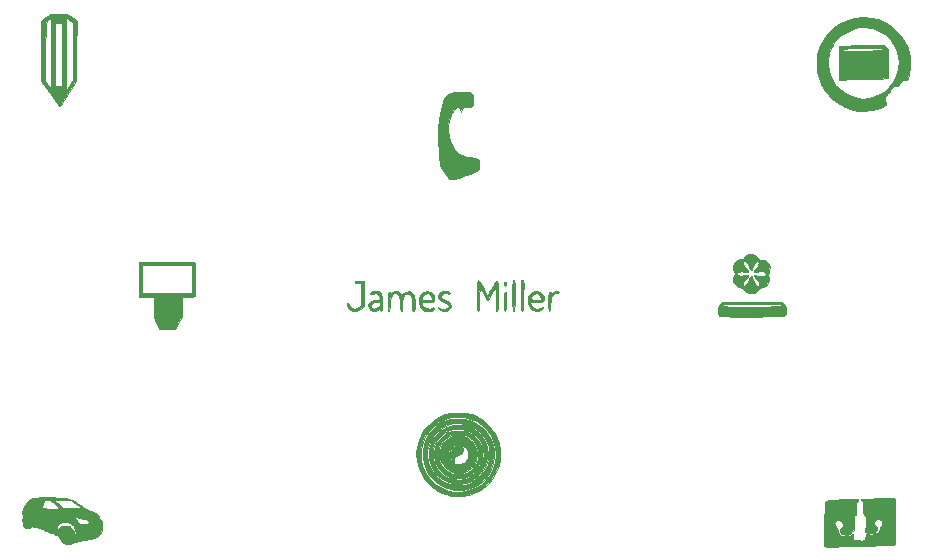
<source format=gbr>
G04 #@! TF.FileFunction,Paste,Top*
%FSLAX46Y46*%
G04 Gerber Fmt 4.6, Leading zero omitted, Abs format (unit mm)*
G04 Created by KiCad (PCBNEW 4.0.4-stable) date Monday, 06 February 2017 'PMt' 20:37:11*
%MOMM*%
%LPD*%
G01*
G04 APERTURE LIST*
%ADD10C,0.100000*%
%ADD11C,0.010000*%
%ADD12C,0.200000*%
%ADD13C,1.000000*%
%ADD14C,0.500000*%
%ADD15C,0.100000*%
G04 APERTURE END LIST*
D10*
D11*
G36*
X129395301Y-76289599D02*
X129798365Y-76604975D01*
X129782072Y-79127136D01*
X129765778Y-81649297D01*
X129562719Y-81958538D01*
X129460365Y-82115994D01*
X129313911Y-82343385D01*
X129139671Y-82615281D01*
X128953959Y-82906254D01*
X128866386Y-83043889D01*
X128698734Y-83304063D01*
X128550853Y-83526764D01*
X128433615Y-83696152D01*
X128357894Y-83796389D01*
X128335667Y-83816969D01*
X128294269Y-83771770D01*
X128198023Y-83646438D01*
X128056233Y-83453727D01*
X127878200Y-83206394D01*
X127673231Y-82917193D01*
X127522556Y-82702191D01*
X126784582Y-81644467D01*
X127139893Y-81644467D01*
X127379943Y-81998456D01*
X127496163Y-82167225D01*
X127585656Y-82292278D01*
X127631977Y-82350749D01*
X127634552Y-82352445D01*
X127637319Y-82297728D01*
X127639914Y-82140490D01*
X127642287Y-81891098D01*
X127644387Y-81559920D01*
X127646164Y-81157323D01*
X127647567Y-80693674D01*
X127648546Y-80179341D01*
X127649052Y-79624691D01*
X127649111Y-79353580D01*
X127649111Y-76764445D01*
X127987778Y-76764445D01*
X127987778Y-82126667D01*
X128552222Y-82126667D01*
X128552222Y-79355633D01*
X128890889Y-79355633D01*
X128891247Y-79930912D01*
X128892274Y-80470829D01*
X128893905Y-80965111D01*
X128896072Y-81403482D01*
X128898707Y-81775669D01*
X128901744Y-82071395D01*
X128905116Y-82280387D01*
X128908756Y-82392370D01*
X128910830Y-82408889D01*
X128948905Y-82365293D01*
X129033087Y-82249097D01*
X129147713Y-82082193D01*
X129193052Y-82014454D01*
X129455334Y-81620020D01*
X129455334Y-79197488D01*
X129455333Y-76774957D01*
X128890889Y-76302377D01*
X128890889Y-79355633D01*
X128552222Y-79355633D01*
X128552222Y-76764445D01*
X127987778Y-76764445D01*
X127649111Y-76764445D01*
X127649111Y-76354716D01*
X127409222Y-76552762D01*
X127169334Y-76750807D01*
X127154613Y-79197637D01*
X127139893Y-81644467D01*
X126784582Y-81644467D01*
X126746890Y-81590445D01*
X126746000Y-76559389D01*
X127165054Y-76266806D01*
X127584108Y-75974222D01*
X128992237Y-75974222D01*
X129395301Y-76289599D01*
X129395301Y-76289599D01*
G37*
X129395301Y-76289599D02*
X129798365Y-76604975D01*
X129782072Y-79127136D01*
X129765778Y-81649297D01*
X129562719Y-81958538D01*
X129460365Y-82115994D01*
X129313911Y-82343385D01*
X129139671Y-82615281D01*
X128953959Y-82906254D01*
X128866386Y-83043889D01*
X128698734Y-83304063D01*
X128550853Y-83526764D01*
X128433615Y-83696152D01*
X128357894Y-83796389D01*
X128335667Y-83816969D01*
X128294269Y-83771770D01*
X128198023Y-83646438D01*
X128056233Y-83453727D01*
X127878200Y-83206394D01*
X127673231Y-82917193D01*
X127522556Y-82702191D01*
X126784582Y-81644467D01*
X127139893Y-81644467D01*
X127379943Y-81998456D01*
X127496163Y-82167225D01*
X127585656Y-82292278D01*
X127631977Y-82350749D01*
X127634552Y-82352445D01*
X127637319Y-82297728D01*
X127639914Y-82140490D01*
X127642287Y-81891098D01*
X127644387Y-81559920D01*
X127646164Y-81157323D01*
X127647567Y-80693674D01*
X127648546Y-80179341D01*
X127649052Y-79624691D01*
X127649111Y-79353580D01*
X127649111Y-76764445D01*
X127987778Y-76764445D01*
X127987778Y-82126667D01*
X128552222Y-82126667D01*
X128552222Y-79355633D01*
X128890889Y-79355633D01*
X128891247Y-79930912D01*
X128892274Y-80470829D01*
X128893905Y-80965111D01*
X128896072Y-81403482D01*
X128898707Y-81775669D01*
X128901744Y-82071395D01*
X128905116Y-82280387D01*
X128908756Y-82392370D01*
X128910830Y-82408889D01*
X128948905Y-82365293D01*
X129033087Y-82249097D01*
X129147713Y-82082193D01*
X129193052Y-82014454D01*
X129455334Y-81620020D01*
X129455334Y-79197488D01*
X129455333Y-76774957D01*
X128890889Y-76302377D01*
X128890889Y-79355633D01*
X128552222Y-79355633D01*
X128552222Y-76764445D01*
X127987778Y-76764445D01*
X127649111Y-76764445D01*
X127649111Y-76354716D01*
X127409222Y-76552762D01*
X127169334Y-76750807D01*
X127154613Y-79197637D01*
X127139893Y-81644467D01*
X126784582Y-81644467D01*
X126746890Y-81590445D01*
X126746000Y-76559389D01*
X127165054Y-76266806D01*
X127584108Y-75974222D01*
X128992237Y-75974222D01*
X129395301Y-76289599D01*
G36*
X197063000Y-76335742D02*
X197648308Y-76471840D01*
X198194462Y-76705796D01*
X198713335Y-77042653D01*
X199200033Y-77470731D01*
X199434698Y-77710286D01*
X199607850Y-77907149D01*
X199742858Y-78093051D01*
X199863094Y-78299722D01*
X199974241Y-78521889D01*
X200141431Y-78910212D01*
X200254730Y-79279938D01*
X200319896Y-79663663D01*
X200342686Y-80093983D01*
X200331814Y-80546222D01*
X200306346Y-80924682D01*
X200269884Y-81202732D01*
X200218451Y-81392634D01*
X200148070Y-81506647D01*
X200054761Y-81557033D01*
X200002189Y-81562222D01*
X199741464Y-81606054D01*
X199550819Y-81738074D01*
X199463911Y-81871384D01*
X199382872Y-82006075D01*
X199287503Y-82061830D01*
X199189602Y-82070222D01*
X198970227Y-82122144D01*
X198792948Y-82261070D01*
X198687977Y-82461745D01*
X198680262Y-82496002D01*
X198644447Y-82625242D01*
X198603958Y-82689527D01*
X198597827Y-82691111D01*
X198529118Y-82724469D01*
X198414625Y-82807509D01*
X198378331Y-82837240D01*
X198256107Y-82967308D01*
X198208978Y-83112988D01*
X198204667Y-83206115D01*
X198228157Y-83390735D01*
X198285726Y-83551176D01*
X198295945Y-83568168D01*
X198341851Y-83646096D01*
X198341199Y-83700108D01*
X198276877Y-83751202D01*
X198131775Y-83820378D01*
X198067056Y-83849069D01*
X197561236Y-84032708D01*
X197025716Y-84155754D01*
X196489414Y-84214999D01*
X195981247Y-84207239D01*
X195532975Y-84130049D01*
X194852281Y-83892751D01*
X194250961Y-83577214D01*
X193730583Y-83184508D01*
X193292719Y-82715704D01*
X193131516Y-82492963D01*
X192829495Y-81976484D01*
X192624351Y-81465460D01*
X192505724Y-80930074D01*
X192472459Y-80596293D01*
X192467050Y-80350149D01*
X193419577Y-80350149D01*
X193466985Y-80767050D01*
X193576103Y-81157409D01*
X193721775Y-81495128D01*
X194020169Y-81977380D01*
X194403921Y-82389382D01*
X194864651Y-82723798D01*
X195393984Y-82973289D01*
X195420125Y-82982702D01*
X195915114Y-83119772D01*
X196389223Y-83164854D01*
X196872034Y-83118079D01*
X197358000Y-82991205D01*
X197804844Y-82812546D01*
X198181763Y-82583274D01*
X198528927Y-82277735D01*
X198612332Y-82190153D01*
X198955474Y-81754157D01*
X199197505Y-81289743D01*
X199350088Y-80773558D01*
X199368443Y-80676277D01*
X199416169Y-80095736D01*
X199358328Y-79537707D01*
X199201540Y-79012150D01*
X198952426Y-78529025D01*
X198617609Y-78098290D01*
X198203708Y-77729905D01*
X197717344Y-77433830D01*
X197165140Y-77220023D01*
X197049808Y-77188626D01*
X196538298Y-77115193D01*
X196011897Y-77144782D01*
X195488322Y-77272340D01*
X194985289Y-77492813D01*
X194520515Y-77801148D01*
X194332161Y-77963852D01*
X194118217Y-78181315D01*
X193948354Y-78401434D01*
X193791632Y-78667004D01*
X193714378Y-78818348D01*
X193593952Y-79070752D01*
X193516212Y-79266815D01*
X193469501Y-79449148D01*
X193442166Y-79660359D01*
X193427024Y-79868889D01*
X193419577Y-80350149D01*
X192467050Y-80350149D01*
X192460185Y-80037784D01*
X192500240Y-79552250D01*
X192596907Y-79110512D01*
X192752610Y-78687609D01*
X193072951Y-78092672D01*
X193473782Y-77572687D01*
X193946526Y-77133245D01*
X194482606Y-76779938D01*
X195073445Y-76518358D01*
X195710465Y-76354096D01*
X196385089Y-76292744D01*
X196426667Y-76292458D01*
X197063000Y-76335742D01*
X197063000Y-76335742D01*
G37*
X197063000Y-76335742D02*
X197648308Y-76471840D01*
X198194462Y-76705796D01*
X198713335Y-77042653D01*
X199200033Y-77470731D01*
X199434698Y-77710286D01*
X199607850Y-77907149D01*
X199742858Y-78093051D01*
X199863094Y-78299722D01*
X199974241Y-78521889D01*
X200141431Y-78910212D01*
X200254730Y-79279938D01*
X200319896Y-79663663D01*
X200342686Y-80093983D01*
X200331814Y-80546222D01*
X200306346Y-80924682D01*
X200269884Y-81202732D01*
X200218451Y-81392634D01*
X200148070Y-81506647D01*
X200054761Y-81557033D01*
X200002189Y-81562222D01*
X199741464Y-81606054D01*
X199550819Y-81738074D01*
X199463911Y-81871384D01*
X199382872Y-82006075D01*
X199287503Y-82061830D01*
X199189602Y-82070222D01*
X198970227Y-82122144D01*
X198792948Y-82261070D01*
X198687977Y-82461745D01*
X198680262Y-82496002D01*
X198644447Y-82625242D01*
X198603958Y-82689527D01*
X198597827Y-82691111D01*
X198529118Y-82724469D01*
X198414625Y-82807509D01*
X198378331Y-82837240D01*
X198256107Y-82967308D01*
X198208978Y-83112988D01*
X198204667Y-83206115D01*
X198228157Y-83390735D01*
X198285726Y-83551176D01*
X198295945Y-83568168D01*
X198341851Y-83646096D01*
X198341199Y-83700108D01*
X198276877Y-83751202D01*
X198131775Y-83820378D01*
X198067056Y-83849069D01*
X197561236Y-84032708D01*
X197025716Y-84155754D01*
X196489414Y-84214999D01*
X195981247Y-84207239D01*
X195532975Y-84130049D01*
X194852281Y-83892751D01*
X194250961Y-83577214D01*
X193730583Y-83184508D01*
X193292719Y-82715704D01*
X193131516Y-82492963D01*
X192829495Y-81976484D01*
X192624351Y-81465460D01*
X192505724Y-80930074D01*
X192472459Y-80596293D01*
X192467050Y-80350149D01*
X193419577Y-80350149D01*
X193466985Y-80767050D01*
X193576103Y-81157409D01*
X193721775Y-81495128D01*
X194020169Y-81977380D01*
X194403921Y-82389382D01*
X194864651Y-82723798D01*
X195393984Y-82973289D01*
X195420125Y-82982702D01*
X195915114Y-83119772D01*
X196389223Y-83164854D01*
X196872034Y-83118079D01*
X197358000Y-82991205D01*
X197804844Y-82812546D01*
X198181763Y-82583274D01*
X198528927Y-82277735D01*
X198612332Y-82190153D01*
X198955474Y-81754157D01*
X199197505Y-81289743D01*
X199350088Y-80773558D01*
X199368443Y-80676277D01*
X199416169Y-80095736D01*
X199358328Y-79537707D01*
X199201540Y-79012150D01*
X198952426Y-78529025D01*
X198617609Y-78098290D01*
X198203708Y-77729905D01*
X197717344Y-77433830D01*
X197165140Y-77220023D01*
X197049808Y-77188626D01*
X196538298Y-77115193D01*
X196011897Y-77144782D01*
X195488322Y-77272340D01*
X194985289Y-77492813D01*
X194520515Y-77801148D01*
X194332161Y-77963852D01*
X194118217Y-78181315D01*
X193948354Y-78401434D01*
X193791632Y-78667004D01*
X193714378Y-78818348D01*
X193593952Y-79070752D01*
X193516212Y-79266815D01*
X193469501Y-79449148D01*
X193442166Y-79660359D01*
X193427024Y-79868889D01*
X193419577Y-80350149D01*
X192467050Y-80350149D01*
X192460185Y-80037784D01*
X192500240Y-79552250D01*
X192596907Y-79110512D01*
X192752610Y-78687609D01*
X193072951Y-78092672D01*
X193473782Y-77572687D01*
X193946526Y-77133245D01*
X194482606Y-76779938D01*
X195073445Y-76518358D01*
X195710465Y-76354096D01*
X196385089Y-76292744D01*
X196426667Y-76292458D01*
X197063000Y-76335742D01*
G36*
X198325268Y-78795194D02*
X198486889Y-78991499D01*
X198486889Y-81433559D01*
X197654334Y-81468844D01*
X197328664Y-81481874D01*
X196924872Y-81496839D01*
X196477678Y-81512523D01*
X196021804Y-81527706D01*
X195594111Y-81541106D01*
X194366445Y-81578084D01*
X194366445Y-79031107D01*
X194705111Y-79031107D01*
X194714870Y-79077955D01*
X194757411Y-79108233D01*
X194852626Y-79125489D01*
X195020410Y-79133266D01*
X195280657Y-79135111D01*
X195288701Y-79135111D01*
X195539190Y-79133086D01*
X195871038Y-79127469D01*
X196252798Y-79118950D01*
X196653021Y-79108218D01*
X196977032Y-79098112D01*
X197355181Y-79084945D01*
X197634234Y-79073155D01*
X197827940Y-79060877D01*
X197950044Y-79046244D01*
X198014294Y-79027391D01*
X198034437Y-79002452D01*
X198024221Y-78969561D01*
X198016753Y-78957001D01*
X197975967Y-78911585D01*
X197907269Y-78881519D01*
X197789782Y-78863767D01*
X197602628Y-78855294D01*
X197324930Y-78853063D01*
X197302089Y-78853062D01*
X197011558Y-78855487D01*
X196646782Y-78862050D01*
X196246297Y-78871868D01*
X195848635Y-78884062D01*
X195678778Y-78890168D01*
X195325072Y-78904442D01*
X195068735Y-78917838D01*
X194894288Y-78932597D01*
X194786254Y-78950959D01*
X194729155Y-78975164D01*
X194707515Y-79007453D01*
X194705111Y-79031107D01*
X194366445Y-79031107D01*
X194366445Y-78700127D01*
X196265045Y-78649508D01*
X198163646Y-78598889D01*
X198325268Y-78795194D01*
X198325268Y-78795194D01*
G37*
X198325268Y-78795194D02*
X198486889Y-78991499D01*
X198486889Y-81433559D01*
X197654334Y-81468844D01*
X197328664Y-81481874D01*
X196924872Y-81496839D01*
X196477678Y-81512523D01*
X196021804Y-81527706D01*
X195594111Y-81541106D01*
X194366445Y-81578084D01*
X194366445Y-79031107D01*
X194705111Y-79031107D01*
X194714870Y-79077955D01*
X194757411Y-79108233D01*
X194852626Y-79125489D01*
X195020410Y-79133266D01*
X195280657Y-79135111D01*
X195288701Y-79135111D01*
X195539190Y-79133086D01*
X195871038Y-79127469D01*
X196252798Y-79118950D01*
X196653021Y-79108218D01*
X196977032Y-79098112D01*
X197355181Y-79084945D01*
X197634234Y-79073155D01*
X197827940Y-79060877D01*
X197950044Y-79046244D01*
X198014294Y-79027391D01*
X198034437Y-79002452D01*
X198024221Y-78969561D01*
X198016753Y-78957001D01*
X197975967Y-78911585D01*
X197907269Y-78881519D01*
X197789782Y-78863767D01*
X197602628Y-78855294D01*
X197324930Y-78853063D01*
X197302089Y-78853062D01*
X197011558Y-78855487D01*
X196646782Y-78862050D01*
X196246297Y-78871868D01*
X195848635Y-78884062D01*
X195678778Y-78890168D01*
X195325072Y-78904442D01*
X195068735Y-78917838D01*
X194894288Y-78932597D01*
X194786254Y-78950959D01*
X194729155Y-78975164D01*
X194707515Y-79007453D01*
X194705111Y-79031107D01*
X194366445Y-79031107D01*
X194366445Y-78700127D01*
X196265045Y-78649508D01*
X198163646Y-78598889D01*
X198325268Y-78795194D01*
G36*
X127672697Y-116918463D02*
X127790222Y-116923193D01*
X128256458Y-116946833D01*
X128630721Y-116974516D01*
X128933900Y-117012753D01*
X129186884Y-117068054D01*
X129410562Y-117146932D01*
X129625822Y-117255898D01*
X129853555Y-117401462D01*
X130114648Y-117590137D01*
X130245556Y-117688546D01*
X130439788Y-117814120D01*
X130691001Y-117947906D01*
X130948779Y-118063332D01*
X130979334Y-118075293D01*
X131279757Y-118197248D01*
X131485864Y-118299078D01*
X131612175Y-118390629D01*
X131673209Y-118481749D01*
X131684889Y-118553790D01*
X131717758Y-118678317D01*
X131799626Y-118832212D01*
X131829524Y-118875145D01*
X131905382Y-118987433D01*
X131944453Y-119090253D01*
X131953606Y-119221842D01*
X131939711Y-119420434D01*
X131935447Y-119464667D01*
X131903734Y-119736909D01*
X131860810Y-119924240D01*
X131789774Y-120054492D01*
X131673722Y-120155498D01*
X131495751Y-120255093D01*
X131437983Y-120283831D01*
X131242101Y-120370882D01*
X131041713Y-120436126D01*
X130804279Y-120487685D01*
X130497259Y-120533685D01*
X130376276Y-120548889D01*
X129969187Y-120608081D01*
X129658909Y-120675882D01*
X129429476Y-120755895D01*
X129401918Y-120768750D01*
X129199846Y-120858047D01*
X129053074Y-120893420D01*
X128920579Y-120879815D01*
X128806251Y-120840587D01*
X128568147Y-120689557D01*
X128362732Y-120448267D01*
X128291582Y-120325445D01*
X128209057Y-120194106D01*
X128133011Y-120119917D01*
X128113182Y-120113778D01*
X128025701Y-120088868D01*
X127880534Y-120025382D01*
X127789773Y-119979575D01*
X127652335Y-119917312D01*
X127443402Y-119835104D01*
X127187159Y-119741147D01*
X126990838Y-119672623D01*
X128134807Y-119672623D01*
X128140726Y-119972667D01*
X128208642Y-119753358D01*
X128315460Y-119526722D01*
X128476811Y-119389064D01*
X128709557Y-119328688D01*
X128828139Y-119323556D01*
X129048304Y-119342988D01*
X129216701Y-119394626D01*
X129245974Y-119411952D01*
X129354656Y-119523819D01*
X129466161Y-119691289D01*
X129555072Y-119869762D01*
X129595968Y-120014639D01*
X129596445Y-120026863D01*
X129626235Y-120103409D01*
X129652889Y-120113778D01*
X129692948Y-120064839D01*
X129709334Y-119949124D01*
X129661207Y-119654312D01*
X129529670Y-119397638D01*
X129333990Y-119192134D01*
X129093431Y-119050833D01*
X128827258Y-118986768D01*
X128554738Y-119012972D01*
X128409982Y-119070140D01*
X128258008Y-119176599D01*
X128171156Y-119319559D01*
X128136477Y-119527367D01*
X128134807Y-119672623D01*
X126990838Y-119672623D01*
X126907792Y-119643637D01*
X126629485Y-119550772D01*
X126376424Y-119470747D01*
X126172793Y-119411760D01*
X126042779Y-119382008D01*
X126020665Y-119380000D01*
X125931360Y-119425573D01*
X125907144Y-119464667D01*
X125822789Y-119528831D01*
X125648406Y-119549334D01*
X125479459Y-119531692D01*
X125373022Y-119464909D01*
X125329165Y-119407408D01*
X125257711Y-119247115D01*
X125213816Y-119049619D01*
X125202232Y-118856998D01*
X125227711Y-118711328D01*
X125242737Y-118685561D01*
X129658122Y-118685561D01*
X129703224Y-118793843D01*
X129838233Y-118963772D01*
X129857013Y-118984726D01*
X129993619Y-119121471D01*
X130109393Y-119188759D01*
X130248590Y-119209372D01*
X130294457Y-119209896D01*
X130475538Y-119201502D01*
X130626867Y-119181734D01*
X130649559Y-119176455D01*
X130761524Y-119100737D01*
X130810004Y-118979173D01*
X130787279Y-118880901D01*
X130712910Y-118837282D01*
X130568940Y-118797669D01*
X130497864Y-118785598D01*
X130315770Y-118753026D01*
X130165618Y-118714228D01*
X130132667Y-118702124D01*
X129994805Y-118660523D01*
X129836334Y-118631622D01*
X129702601Y-118633346D01*
X129658122Y-118685561D01*
X125242737Y-118685561D01*
X125246850Y-118678508D01*
X125286178Y-118585328D01*
X125247749Y-118472267D01*
X125191082Y-118252282D01*
X125223361Y-117990006D01*
X125318232Y-117758576D01*
X126861252Y-117758576D01*
X126870681Y-117805703D01*
X126942518Y-117828862D01*
X127101321Y-117856145D01*
X127321452Y-117883682D01*
X127508107Y-117901893D01*
X127843473Y-117931492D01*
X128079185Y-117951037D01*
X128228237Y-117957858D01*
X128303622Y-117949288D01*
X128318332Y-117922658D01*
X128285361Y-117875300D01*
X128217703Y-117804546D01*
X128179150Y-117764094D01*
X127947510Y-117518432D01*
X127774979Y-117344560D01*
X127644798Y-117230670D01*
X127540210Y-117164958D01*
X127444456Y-117135615D01*
X127340778Y-117130837D01*
X127284407Y-117133728D01*
X127138379Y-117147528D01*
X127051925Y-117182897D01*
X126994679Y-117267184D01*
X126936279Y-117427739D01*
X126927019Y-117455641D01*
X126879229Y-117628951D01*
X126861252Y-117758576D01*
X125318232Y-117758576D01*
X125339774Y-117706027D01*
X125476103Y-117495536D01*
X125620417Y-117321063D01*
X125762382Y-117176697D01*
X125833673Y-117122222D01*
X127878150Y-117122222D01*
X128605406Y-117856000D01*
X129284370Y-117852033D01*
X129558444Y-117847265D01*
X129797657Y-117837256D01*
X129975670Y-117823489D01*
X130064641Y-117808074D01*
X130104706Y-117782655D01*
X130103085Y-117744797D01*
X130048728Y-117684331D01*
X129930584Y-117591087D01*
X129737603Y-117454894D01*
X129520217Y-117307041D01*
X129401695Y-117229409D01*
X129301379Y-117177278D01*
X129192952Y-117145572D01*
X129050093Y-117129213D01*
X128846485Y-117123122D01*
X128562292Y-117122222D01*
X127878150Y-117122222D01*
X125833673Y-117122222D01*
X125869551Y-117094807D01*
X126078706Y-117022037D01*
X126381638Y-116966406D01*
X126760307Y-116929525D01*
X127196673Y-116913007D01*
X127672697Y-116918463D01*
X127672697Y-116918463D01*
G37*
X127672697Y-116918463D02*
X127790222Y-116923193D01*
X128256458Y-116946833D01*
X128630721Y-116974516D01*
X128933900Y-117012753D01*
X129186884Y-117068054D01*
X129410562Y-117146932D01*
X129625822Y-117255898D01*
X129853555Y-117401462D01*
X130114648Y-117590137D01*
X130245556Y-117688546D01*
X130439788Y-117814120D01*
X130691001Y-117947906D01*
X130948779Y-118063332D01*
X130979334Y-118075293D01*
X131279757Y-118197248D01*
X131485864Y-118299078D01*
X131612175Y-118390629D01*
X131673209Y-118481749D01*
X131684889Y-118553790D01*
X131717758Y-118678317D01*
X131799626Y-118832212D01*
X131829524Y-118875145D01*
X131905382Y-118987433D01*
X131944453Y-119090253D01*
X131953606Y-119221842D01*
X131939711Y-119420434D01*
X131935447Y-119464667D01*
X131903734Y-119736909D01*
X131860810Y-119924240D01*
X131789774Y-120054492D01*
X131673722Y-120155498D01*
X131495751Y-120255093D01*
X131437983Y-120283831D01*
X131242101Y-120370882D01*
X131041713Y-120436126D01*
X130804279Y-120487685D01*
X130497259Y-120533685D01*
X130376276Y-120548889D01*
X129969187Y-120608081D01*
X129658909Y-120675882D01*
X129429476Y-120755895D01*
X129401918Y-120768750D01*
X129199846Y-120858047D01*
X129053074Y-120893420D01*
X128920579Y-120879815D01*
X128806251Y-120840587D01*
X128568147Y-120689557D01*
X128362732Y-120448267D01*
X128291582Y-120325445D01*
X128209057Y-120194106D01*
X128133011Y-120119917D01*
X128113182Y-120113778D01*
X128025701Y-120088868D01*
X127880534Y-120025382D01*
X127789773Y-119979575D01*
X127652335Y-119917312D01*
X127443402Y-119835104D01*
X127187159Y-119741147D01*
X126990838Y-119672623D01*
X128134807Y-119672623D01*
X128140726Y-119972667D01*
X128208642Y-119753358D01*
X128315460Y-119526722D01*
X128476811Y-119389064D01*
X128709557Y-119328688D01*
X128828139Y-119323556D01*
X129048304Y-119342988D01*
X129216701Y-119394626D01*
X129245974Y-119411952D01*
X129354656Y-119523819D01*
X129466161Y-119691289D01*
X129555072Y-119869762D01*
X129595968Y-120014639D01*
X129596445Y-120026863D01*
X129626235Y-120103409D01*
X129652889Y-120113778D01*
X129692948Y-120064839D01*
X129709334Y-119949124D01*
X129661207Y-119654312D01*
X129529670Y-119397638D01*
X129333990Y-119192134D01*
X129093431Y-119050833D01*
X128827258Y-118986768D01*
X128554738Y-119012972D01*
X128409982Y-119070140D01*
X128258008Y-119176599D01*
X128171156Y-119319559D01*
X128136477Y-119527367D01*
X128134807Y-119672623D01*
X126990838Y-119672623D01*
X126907792Y-119643637D01*
X126629485Y-119550772D01*
X126376424Y-119470747D01*
X126172793Y-119411760D01*
X126042779Y-119382008D01*
X126020665Y-119380000D01*
X125931360Y-119425573D01*
X125907144Y-119464667D01*
X125822789Y-119528831D01*
X125648406Y-119549334D01*
X125479459Y-119531692D01*
X125373022Y-119464909D01*
X125329165Y-119407408D01*
X125257711Y-119247115D01*
X125213816Y-119049619D01*
X125202232Y-118856998D01*
X125227711Y-118711328D01*
X125242737Y-118685561D01*
X129658122Y-118685561D01*
X129703224Y-118793843D01*
X129838233Y-118963772D01*
X129857013Y-118984726D01*
X129993619Y-119121471D01*
X130109393Y-119188759D01*
X130248590Y-119209372D01*
X130294457Y-119209896D01*
X130475538Y-119201502D01*
X130626867Y-119181734D01*
X130649559Y-119176455D01*
X130761524Y-119100737D01*
X130810004Y-118979173D01*
X130787279Y-118880901D01*
X130712910Y-118837282D01*
X130568940Y-118797669D01*
X130497864Y-118785598D01*
X130315770Y-118753026D01*
X130165618Y-118714228D01*
X130132667Y-118702124D01*
X129994805Y-118660523D01*
X129836334Y-118631622D01*
X129702601Y-118633346D01*
X129658122Y-118685561D01*
X125242737Y-118685561D01*
X125246850Y-118678508D01*
X125286178Y-118585328D01*
X125247749Y-118472267D01*
X125191082Y-118252282D01*
X125223361Y-117990006D01*
X125318232Y-117758576D01*
X126861252Y-117758576D01*
X126870681Y-117805703D01*
X126942518Y-117828862D01*
X127101321Y-117856145D01*
X127321452Y-117883682D01*
X127508107Y-117901893D01*
X127843473Y-117931492D01*
X128079185Y-117951037D01*
X128228237Y-117957858D01*
X128303622Y-117949288D01*
X128318332Y-117922658D01*
X128285361Y-117875300D01*
X128217703Y-117804546D01*
X128179150Y-117764094D01*
X127947510Y-117518432D01*
X127774979Y-117344560D01*
X127644798Y-117230670D01*
X127540210Y-117164958D01*
X127444456Y-117135615D01*
X127340778Y-117130837D01*
X127284407Y-117133728D01*
X127138379Y-117147528D01*
X127051925Y-117182897D01*
X126994679Y-117267184D01*
X126936279Y-117427739D01*
X126927019Y-117455641D01*
X126879229Y-117628951D01*
X126861252Y-117758576D01*
X125318232Y-117758576D01*
X125339774Y-117706027D01*
X125476103Y-117495536D01*
X125620417Y-117321063D01*
X125762382Y-117176697D01*
X125833673Y-117122222D01*
X127878150Y-117122222D01*
X128605406Y-117856000D01*
X129284370Y-117852033D01*
X129558444Y-117847265D01*
X129797657Y-117837256D01*
X129975670Y-117823489D01*
X130064641Y-117808074D01*
X130104706Y-117782655D01*
X130103085Y-117744797D01*
X130048728Y-117684331D01*
X129930584Y-117591087D01*
X129737603Y-117454894D01*
X129520217Y-117307041D01*
X129401695Y-117229409D01*
X129301379Y-117177278D01*
X129192952Y-117145572D01*
X129050093Y-117129213D01*
X128846485Y-117123122D01*
X128562292Y-117122222D01*
X127878150Y-117122222D01*
X125833673Y-117122222D01*
X125869551Y-117094807D01*
X126078706Y-117022037D01*
X126381638Y-116966406D01*
X126760307Y-116929525D01*
X127196673Y-116913007D01*
X127672697Y-116918463D01*
G36*
X198627553Y-117014736D02*
X198853132Y-117017917D01*
X198993637Y-117024149D01*
X199033870Y-117030912D01*
X199044662Y-117094826D01*
X199054252Y-117255445D01*
X199062567Y-117496591D01*
X199069534Y-117802088D01*
X199075079Y-118155757D01*
X199079128Y-118541420D01*
X199081608Y-118942900D01*
X199082446Y-119344018D01*
X199081568Y-119728598D01*
X199078900Y-120080461D01*
X199074370Y-120383430D01*
X199067903Y-120621326D01*
X199059426Y-120777973D01*
X199051143Y-120833932D01*
X198966801Y-120926211D01*
X198889885Y-120959610D01*
X198812385Y-120965850D01*
X198635696Y-120974116D01*
X198373491Y-120984047D01*
X198039446Y-120995282D01*
X197647234Y-121007459D01*
X197210530Y-121020217D01*
X196743007Y-121033194D01*
X196258341Y-121046030D01*
X195770206Y-121058362D01*
X195292275Y-121069829D01*
X194838223Y-121080070D01*
X194421725Y-121088723D01*
X194056454Y-121095428D01*
X193756085Y-121099822D01*
X193534292Y-121101544D01*
X193519125Y-121101556D01*
X193266347Y-121093205D01*
X193117136Y-121067289D01*
X193065179Y-121029313D01*
X193060042Y-120957134D01*
X193058394Y-120786094D01*
X193060048Y-120530161D01*
X193064821Y-120203303D01*
X193072528Y-119819489D01*
X193082983Y-119392685D01*
X193090346Y-119127086D01*
X193105684Y-118616731D01*
X193119636Y-118207767D01*
X193133078Y-117888720D01*
X193146891Y-117648113D01*
X193161954Y-117474473D01*
X193179144Y-117356323D01*
X193199342Y-117282190D01*
X193223426Y-117240597D01*
X193235694Y-117229493D01*
X193330733Y-117199639D01*
X193522923Y-117171527D01*
X193796527Y-117146913D01*
X194135806Y-117127553D01*
X194157744Y-117126603D01*
X194505290Y-117110951D01*
X194862480Y-117093377D01*
X195190452Y-117075882D01*
X195450346Y-117060467D01*
X195481222Y-117058447D01*
X195719945Y-117044927D01*
X195867394Y-117044855D01*
X195944661Y-117060773D01*
X195972832Y-117095225D01*
X195975111Y-117118002D01*
X195930174Y-117216797D01*
X195890445Y-117242922D01*
X195847766Y-117284343D01*
X195821568Y-117381994D01*
X195808667Y-117555795D01*
X195805778Y-117772756D01*
X195801318Y-118067239D01*
X195785555Y-118265508D01*
X195754918Y-118383973D01*
X195705834Y-118439047D01*
X195658628Y-118448667D01*
X195623348Y-118470882D01*
X195599936Y-118548517D01*
X195586361Y-118698050D01*
X195580593Y-118935964D01*
X195580000Y-119086705D01*
X195580000Y-119724744D01*
X195393869Y-119905150D01*
X195268075Y-120012689D01*
X195147470Y-120066563D01*
X194983036Y-120084486D01*
X194894617Y-120085556D01*
X194679139Y-120072515D01*
X194544146Y-120028329D01*
X194488082Y-119982333D01*
X194403077Y-119816320D01*
X194420694Y-119643648D01*
X194535778Y-119498380D01*
X194652004Y-119351425D01*
X194668740Y-119178484D01*
X194585427Y-119007946D01*
X194546251Y-118966506D01*
X194376919Y-118860643D01*
X194213368Y-118867469D01*
X194065839Y-118974416D01*
X193960260Y-119142172D01*
X193967083Y-119304587D01*
X194084222Y-119464667D01*
X194191265Y-119614051D01*
X194225334Y-119749116D01*
X194260321Y-119901666D01*
X194342319Y-120049721D01*
X194413437Y-120127471D01*
X194495038Y-120172154D01*
X194619064Y-120192776D01*
X194817459Y-120198345D01*
X194869793Y-120198445D01*
X195094898Y-120193309D01*
X195238445Y-120173126D01*
X195331494Y-120130733D01*
X195387808Y-120078960D01*
X195450163Y-120014860D01*
X195485161Y-120012094D01*
X195505322Y-120087581D01*
X195523168Y-120258240D01*
X195523556Y-120262405D01*
X195551778Y-120565334D01*
X196038536Y-120581538D01*
X196292051Y-120585828D01*
X196453659Y-120568353D01*
X196544134Y-120514193D01*
X196584253Y-120408432D01*
X196594788Y-120236151D01*
X196595229Y-120181776D01*
X196604423Y-120078564D01*
X196652884Y-120043885D01*
X196774048Y-120057437D01*
X196793932Y-120061128D01*
X197040096Y-120078182D01*
X197290226Y-120048212D01*
X197501822Y-119978972D01*
X197601626Y-119913773D01*
X197695196Y-119785228D01*
X197771075Y-119612815D01*
X197779833Y-119583130D01*
X197836985Y-119435570D01*
X197905582Y-119341602D01*
X197923057Y-119331131D01*
X197992753Y-119252168D01*
X198003647Y-119118379D01*
X197959555Y-118968867D01*
X197876473Y-118853617D01*
X197707141Y-118747754D01*
X197543590Y-118754580D01*
X197396061Y-118861527D01*
X197290900Y-119028280D01*
X197297622Y-119189037D01*
X197416660Y-119348540D01*
X197442667Y-119371339D01*
X197577967Y-119526032D01*
X197601100Y-119668702D01*
X197512039Y-119800323D01*
X197428556Y-119860397D01*
X197197589Y-119955984D01*
X196952870Y-119957755D01*
X196765833Y-119907939D01*
X196580153Y-119843210D01*
X196611282Y-119167565D01*
X196623124Y-118880433D01*
X196626025Y-118686654D01*
X196618073Y-118566910D01*
X196597357Y-118501886D01*
X196561968Y-118472263D01*
X196541848Y-118465621D01*
X196468887Y-118389387D01*
X196415302Y-118207648D01*
X196382204Y-117926303D01*
X196370713Y-117557895D01*
X196358251Y-117357996D01*
X196318757Y-117251578D01*
X196285556Y-117227301D01*
X196210615Y-117160371D01*
X196200889Y-117123604D01*
X196227146Y-117099848D01*
X196312664Y-117080137D01*
X196467560Y-117063748D01*
X196701953Y-117049963D01*
X197025960Y-117038062D01*
X197449700Y-117027325D01*
X197597889Y-117024221D01*
X197984179Y-117017814D01*
X198332651Y-117014677D01*
X198627553Y-117014736D01*
X198627553Y-117014736D01*
G37*
X198627553Y-117014736D02*
X198853132Y-117017917D01*
X198993637Y-117024149D01*
X199033870Y-117030912D01*
X199044662Y-117094826D01*
X199054252Y-117255445D01*
X199062567Y-117496591D01*
X199069534Y-117802088D01*
X199075079Y-118155757D01*
X199079128Y-118541420D01*
X199081608Y-118942900D01*
X199082446Y-119344018D01*
X199081568Y-119728598D01*
X199078900Y-120080461D01*
X199074370Y-120383430D01*
X199067903Y-120621326D01*
X199059426Y-120777973D01*
X199051143Y-120833932D01*
X198966801Y-120926211D01*
X198889885Y-120959610D01*
X198812385Y-120965850D01*
X198635696Y-120974116D01*
X198373491Y-120984047D01*
X198039446Y-120995282D01*
X197647234Y-121007459D01*
X197210530Y-121020217D01*
X196743007Y-121033194D01*
X196258341Y-121046030D01*
X195770206Y-121058362D01*
X195292275Y-121069829D01*
X194838223Y-121080070D01*
X194421725Y-121088723D01*
X194056454Y-121095428D01*
X193756085Y-121099822D01*
X193534292Y-121101544D01*
X193519125Y-121101556D01*
X193266347Y-121093205D01*
X193117136Y-121067289D01*
X193065179Y-121029313D01*
X193060042Y-120957134D01*
X193058394Y-120786094D01*
X193060048Y-120530161D01*
X193064821Y-120203303D01*
X193072528Y-119819489D01*
X193082983Y-119392685D01*
X193090346Y-119127086D01*
X193105684Y-118616731D01*
X193119636Y-118207767D01*
X193133078Y-117888720D01*
X193146891Y-117648113D01*
X193161954Y-117474473D01*
X193179144Y-117356323D01*
X193199342Y-117282190D01*
X193223426Y-117240597D01*
X193235694Y-117229493D01*
X193330733Y-117199639D01*
X193522923Y-117171527D01*
X193796527Y-117146913D01*
X194135806Y-117127553D01*
X194157744Y-117126603D01*
X194505290Y-117110951D01*
X194862480Y-117093377D01*
X195190452Y-117075882D01*
X195450346Y-117060467D01*
X195481222Y-117058447D01*
X195719945Y-117044927D01*
X195867394Y-117044855D01*
X195944661Y-117060773D01*
X195972832Y-117095225D01*
X195975111Y-117118002D01*
X195930174Y-117216797D01*
X195890445Y-117242922D01*
X195847766Y-117284343D01*
X195821568Y-117381994D01*
X195808667Y-117555795D01*
X195805778Y-117772756D01*
X195801318Y-118067239D01*
X195785555Y-118265508D01*
X195754918Y-118383973D01*
X195705834Y-118439047D01*
X195658628Y-118448667D01*
X195623348Y-118470882D01*
X195599936Y-118548517D01*
X195586361Y-118698050D01*
X195580593Y-118935964D01*
X195580000Y-119086705D01*
X195580000Y-119724744D01*
X195393869Y-119905150D01*
X195268075Y-120012689D01*
X195147470Y-120066563D01*
X194983036Y-120084486D01*
X194894617Y-120085556D01*
X194679139Y-120072515D01*
X194544146Y-120028329D01*
X194488082Y-119982333D01*
X194403077Y-119816320D01*
X194420694Y-119643648D01*
X194535778Y-119498380D01*
X194652004Y-119351425D01*
X194668740Y-119178484D01*
X194585427Y-119007946D01*
X194546251Y-118966506D01*
X194376919Y-118860643D01*
X194213368Y-118867469D01*
X194065839Y-118974416D01*
X193960260Y-119142172D01*
X193967083Y-119304587D01*
X194084222Y-119464667D01*
X194191265Y-119614051D01*
X194225334Y-119749116D01*
X194260321Y-119901666D01*
X194342319Y-120049721D01*
X194413437Y-120127471D01*
X194495038Y-120172154D01*
X194619064Y-120192776D01*
X194817459Y-120198345D01*
X194869793Y-120198445D01*
X195094898Y-120193309D01*
X195238445Y-120173126D01*
X195331494Y-120130733D01*
X195387808Y-120078960D01*
X195450163Y-120014860D01*
X195485161Y-120012094D01*
X195505322Y-120087581D01*
X195523168Y-120258240D01*
X195523556Y-120262405D01*
X195551778Y-120565334D01*
X196038536Y-120581538D01*
X196292051Y-120585828D01*
X196453659Y-120568353D01*
X196544134Y-120514193D01*
X196584253Y-120408432D01*
X196594788Y-120236151D01*
X196595229Y-120181776D01*
X196604423Y-120078564D01*
X196652884Y-120043885D01*
X196774048Y-120057437D01*
X196793932Y-120061128D01*
X197040096Y-120078182D01*
X197290226Y-120048212D01*
X197501822Y-119978972D01*
X197601626Y-119913773D01*
X197695196Y-119785228D01*
X197771075Y-119612815D01*
X197779833Y-119583130D01*
X197836985Y-119435570D01*
X197905582Y-119341602D01*
X197923057Y-119331131D01*
X197992753Y-119252168D01*
X198003647Y-119118379D01*
X197959555Y-118968867D01*
X197876473Y-118853617D01*
X197707141Y-118747754D01*
X197543590Y-118754580D01*
X197396061Y-118861527D01*
X197290900Y-119028280D01*
X197297622Y-119189037D01*
X197416660Y-119348540D01*
X197442667Y-119371339D01*
X197577967Y-119526032D01*
X197601100Y-119668702D01*
X197512039Y-119800323D01*
X197428556Y-119860397D01*
X197197589Y-119955984D01*
X196952870Y-119957755D01*
X196765833Y-119907939D01*
X196580153Y-119843210D01*
X196611282Y-119167565D01*
X196623124Y-118880433D01*
X196626025Y-118686654D01*
X196618073Y-118566910D01*
X196597357Y-118501886D01*
X196561968Y-118472263D01*
X196541848Y-118465621D01*
X196468887Y-118389387D01*
X196415302Y-118207648D01*
X196382204Y-117926303D01*
X196370713Y-117557895D01*
X196358251Y-117357996D01*
X196318757Y-117251578D01*
X196285556Y-117227301D01*
X196210615Y-117160371D01*
X196200889Y-117123604D01*
X196227146Y-117099848D01*
X196312664Y-117080137D01*
X196467560Y-117063748D01*
X196701953Y-117049963D01*
X197025960Y-117038062D01*
X197449700Y-117027325D01*
X197597889Y-117024221D01*
X197984179Y-117017814D01*
X198332651Y-117014677D01*
X198627553Y-117014736D01*
G36*
X162942237Y-82589812D02*
X163042828Y-82613184D01*
X163123285Y-82652323D01*
X163177080Y-82688399D01*
X163263914Y-82755930D01*
X163315447Y-82825414D01*
X163340876Y-82926932D01*
X163349395Y-83090562D01*
X163350222Y-83254783D01*
X163348001Y-83526063D01*
X163331920Y-83704094D01*
X163287853Y-83808514D01*
X163201675Y-83858962D01*
X163059261Y-83875076D01*
X162903082Y-83876445D01*
X162524464Y-83876445D01*
X162423609Y-84087939D01*
X162322754Y-84299434D01*
X162214251Y-84087939D01*
X162127924Y-83956332D01*
X162042901Y-83882343D01*
X162019722Y-83876445D01*
X161905053Y-83926988D01*
X161772297Y-84063843D01*
X161634627Y-84264847D01*
X161505214Y-84507835D01*
X161397231Y-84770645D01*
X161323850Y-85031113D01*
X161319074Y-85055371D01*
X161266869Y-85478753D01*
X161260646Y-85919827D01*
X161298018Y-86344695D01*
X161376600Y-86719457D01*
X161450580Y-86924445D01*
X161541614Y-87086645D01*
X161680725Y-87292192D01*
X161838957Y-87501909D01*
X161987356Y-87676617D01*
X162059189Y-87747950D01*
X162191370Y-87830666D01*
X162394574Y-87922259D01*
X162629314Y-88008541D01*
X162856106Y-88075325D01*
X163035464Y-88108422D01*
X163066184Y-88109778D01*
X163188918Y-88128788D01*
X163371597Y-88178013D01*
X163527872Y-88230230D01*
X163858222Y-88350682D01*
X163858222Y-88765151D01*
X163853368Y-88982045D01*
X163826304Y-89132353D01*
X163758277Y-89237964D01*
X163630536Y-89320768D01*
X163424328Y-89402652D01*
X163265556Y-89456947D01*
X163057755Y-89529065D01*
X162789824Y-89625207D01*
X162507056Y-89729032D01*
X162390667Y-89772541D01*
X162059681Y-89893072D01*
X161812416Y-89969594D01*
X161628963Y-90002876D01*
X161489417Y-89993691D01*
X161373869Y-89942807D01*
X161262413Y-89850995D01*
X161228687Y-89817510D01*
X161058498Y-89622259D01*
X160880792Y-89382820D01*
X160721425Y-89137186D01*
X160606252Y-88923352D01*
X160583587Y-88869522D01*
X160561727Y-88768296D01*
X160534487Y-88575062D01*
X160504229Y-88310439D01*
X160473313Y-87995040D01*
X160444617Y-87656109D01*
X160401361Y-86714637D01*
X160418524Y-85796334D01*
X160494645Y-84923210D01*
X160628260Y-84117275D01*
X160700354Y-83807319D01*
X160806376Y-83444714D01*
X160921074Y-83173539D01*
X161057040Y-82972407D01*
X161226866Y-82819926D01*
X161315115Y-82762998D01*
X161432650Y-82698877D01*
X161546400Y-82654564D01*
X161682311Y-82625398D01*
X161866330Y-82606716D01*
X162124403Y-82593857D01*
X162288080Y-82588195D01*
X162588020Y-82579927D01*
X162798353Y-82579596D01*
X162942237Y-82589812D01*
X162942237Y-82589812D01*
G37*
X162942237Y-82589812D02*
X163042828Y-82613184D01*
X163123285Y-82652323D01*
X163177080Y-82688399D01*
X163263914Y-82755930D01*
X163315447Y-82825414D01*
X163340876Y-82926932D01*
X163349395Y-83090562D01*
X163350222Y-83254783D01*
X163348001Y-83526063D01*
X163331920Y-83704094D01*
X163287853Y-83808514D01*
X163201675Y-83858962D01*
X163059261Y-83875076D01*
X162903082Y-83876445D01*
X162524464Y-83876445D01*
X162423609Y-84087939D01*
X162322754Y-84299434D01*
X162214251Y-84087939D01*
X162127924Y-83956332D01*
X162042901Y-83882343D01*
X162019722Y-83876445D01*
X161905053Y-83926988D01*
X161772297Y-84063843D01*
X161634627Y-84264847D01*
X161505214Y-84507835D01*
X161397231Y-84770645D01*
X161323850Y-85031113D01*
X161319074Y-85055371D01*
X161266869Y-85478753D01*
X161260646Y-85919827D01*
X161298018Y-86344695D01*
X161376600Y-86719457D01*
X161450580Y-86924445D01*
X161541614Y-87086645D01*
X161680725Y-87292192D01*
X161838957Y-87501909D01*
X161987356Y-87676617D01*
X162059189Y-87747950D01*
X162191370Y-87830666D01*
X162394574Y-87922259D01*
X162629314Y-88008541D01*
X162856106Y-88075325D01*
X163035464Y-88108422D01*
X163066184Y-88109778D01*
X163188918Y-88128788D01*
X163371597Y-88178013D01*
X163527872Y-88230230D01*
X163858222Y-88350682D01*
X163858222Y-88765151D01*
X163853368Y-88982045D01*
X163826304Y-89132353D01*
X163758277Y-89237964D01*
X163630536Y-89320768D01*
X163424328Y-89402652D01*
X163265556Y-89456947D01*
X163057755Y-89529065D01*
X162789824Y-89625207D01*
X162507056Y-89729032D01*
X162390667Y-89772541D01*
X162059681Y-89893072D01*
X161812416Y-89969594D01*
X161628963Y-90002876D01*
X161489417Y-89993691D01*
X161373869Y-89942807D01*
X161262413Y-89850995D01*
X161228687Y-89817510D01*
X161058498Y-89622259D01*
X160880792Y-89382820D01*
X160721425Y-89137186D01*
X160606252Y-88923352D01*
X160583587Y-88869522D01*
X160561727Y-88768296D01*
X160534487Y-88575062D01*
X160504229Y-88310439D01*
X160473313Y-87995040D01*
X160444617Y-87656109D01*
X160401361Y-86714637D01*
X160418524Y-85796334D01*
X160494645Y-84923210D01*
X160628260Y-84117275D01*
X160700354Y-83807319D01*
X160806376Y-83444714D01*
X160921074Y-83173539D01*
X161057040Y-82972407D01*
X161226866Y-82819926D01*
X161315115Y-82762998D01*
X161432650Y-82698877D01*
X161546400Y-82654564D01*
X161682311Y-82625398D01*
X161866330Y-82606716D01*
X162124403Y-82593857D01*
X162288080Y-82588195D01*
X162588020Y-82579927D01*
X162798353Y-82579596D01*
X162942237Y-82589812D01*
G36*
X137874478Y-96965543D02*
X138365766Y-96968510D01*
X138804143Y-96973158D01*
X139174577Y-96979244D01*
X139462039Y-96986524D01*
X139651500Y-96994755D01*
X139726556Y-97003043D01*
X139760229Y-97029895D01*
X139785565Y-97091617D01*
X139803701Y-97203963D01*
X139815774Y-97382683D01*
X139822920Y-97643532D01*
X139826277Y-98002260D01*
X139827000Y-98394850D01*
X139825250Y-98801675D01*
X139820361Y-99169108D01*
X139812869Y-99476867D01*
X139803313Y-99704670D01*
X139792230Y-99832236D01*
X139788456Y-99848556D01*
X139743777Y-99899689D01*
X139641654Y-99930618D01*
X139457830Y-99945607D01*
X139216956Y-99949000D01*
X138684000Y-99949000D01*
X138684000Y-101631448D01*
X138417156Y-102150341D01*
X138150313Y-102669235D01*
X137829781Y-102690242D01*
X137570748Y-102698928D01*
X137276640Y-102697156D01*
X137143428Y-102692185D01*
X136777607Y-102673120D01*
X136571928Y-102279435D01*
X136492279Y-102121895D01*
X136435481Y-101985878D01*
X136396724Y-101844108D01*
X136371196Y-101669309D01*
X136354087Y-101434205D01*
X136340587Y-101111518D01*
X136334500Y-100933250D01*
X136302750Y-99980750D01*
X135683625Y-99962575D01*
X135064500Y-99944401D01*
X135064500Y-97282000D01*
X135318500Y-97282000D01*
X135318500Y-99631500D01*
X139573000Y-99631500D01*
X139573000Y-97282000D01*
X135318500Y-97282000D01*
X135064500Y-97282000D01*
X135064500Y-96964500D01*
X137345306Y-96964500D01*
X137874478Y-96965543D01*
X137874478Y-96965543D01*
G37*
X137874478Y-96965543D02*
X138365766Y-96968510D01*
X138804143Y-96973158D01*
X139174577Y-96979244D01*
X139462039Y-96986524D01*
X139651500Y-96994755D01*
X139726556Y-97003043D01*
X139760229Y-97029895D01*
X139785565Y-97091617D01*
X139803701Y-97203963D01*
X139815774Y-97382683D01*
X139822920Y-97643532D01*
X139826277Y-98002260D01*
X139827000Y-98394850D01*
X139825250Y-98801675D01*
X139820361Y-99169108D01*
X139812869Y-99476867D01*
X139803313Y-99704670D01*
X139792230Y-99832236D01*
X139788456Y-99848556D01*
X139743777Y-99899689D01*
X139641654Y-99930618D01*
X139457830Y-99945607D01*
X139216956Y-99949000D01*
X138684000Y-99949000D01*
X138684000Y-101631448D01*
X138417156Y-102150341D01*
X138150313Y-102669235D01*
X137829781Y-102690242D01*
X137570748Y-102698928D01*
X137276640Y-102697156D01*
X137143428Y-102692185D01*
X136777607Y-102673120D01*
X136571928Y-102279435D01*
X136492279Y-102121895D01*
X136435481Y-101985878D01*
X136396724Y-101844108D01*
X136371196Y-101669309D01*
X136354087Y-101434205D01*
X136340587Y-101111518D01*
X136334500Y-100933250D01*
X136302750Y-99980750D01*
X135683625Y-99962575D01*
X135064500Y-99944401D01*
X135064500Y-97282000D01*
X135318500Y-97282000D01*
X135318500Y-99631500D01*
X139573000Y-99631500D01*
X139573000Y-97282000D01*
X135318500Y-97282000D01*
X135064500Y-97282000D01*
X135064500Y-96964500D01*
X137345306Y-96964500D01*
X137874478Y-96965543D01*
G36*
X189649003Y-100532573D02*
X189738692Y-100615323D01*
X189790633Y-100697267D01*
X189815084Y-100811633D01*
X189822304Y-100991648D01*
X189822667Y-101095032D01*
X189818371Y-101316833D01*
X189801369Y-101452771D01*
X189765489Y-101529679D01*
X189713489Y-101569792D01*
X189639255Y-101580089D01*
X189465730Y-101589476D01*
X189206508Y-101597903D01*
X188875183Y-101605317D01*
X188485350Y-101611666D01*
X188050603Y-101616899D01*
X187584536Y-101620964D01*
X187100743Y-101623808D01*
X186612820Y-101625381D01*
X186134360Y-101625630D01*
X185678957Y-101624503D01*
X185260206Y-101621949D01*
X184891702Y-101617916D01*
X184587038Y-101612352D01*
X184359809Y-101605204D01*
X184223609Y-101596423D01*
X184192334Y-101590840D01*
X184149679Y-101517477D01*
X184126572Y-101337853D01*
X184121778Y-101143252D01*
X184126219Y-100917828D01*
X184145602Y-100769626D01*
X184166679Y-100717919D01*
X184457508Y-100717919D01*
X184472660Y-100735976D01*
X184520851Y-100750246D01*
X184611495Y-100761175D01*
X184754005Y-100769210D01*
X184957794Y-100774795D01*
X185232276Y-100778375D01*
X185586865Y-100780397D01*
X186030974Y-100781306D01*
X186574016Y-100781547D01*
X186874191Y-100781556D01*
X187395938Y-100780786D01*
X187884601Y-100778585D01*
X188328239Y-100775114D01*
X188714907Y-100770534D01*
X189032663Y-100765006D01*
X189269564Y-100758692D01*
X189413668Y-100751752D01*
X189452602Y-100746742D01*
X189511307Y-100699276D01*
X189478529Y-100633853D01*
X189445246Y-100614380D01*
X189374458Y-100598295D01*
X189256817Y-100585302D01*
X189082974Y-100575107D01*
X188843582Y-100567415D01*
X188529290Y-100561931D01*
X188130750Y-100558360D01*
X187638613Y-100556408D01*
X187043532Y-100555780D01*
X187002281Y-100555778D01*
X186417250Y-100555939D01*
X185934708Y-100556735D01*
X185544256Y-100558632D01*
X185235493Y-100562098D01*
X184998021Y-100567599D01*
X184821440Y-100575602D01*
X184695349Y-100586576D01*
X184609351Y-100600985D01*
X184553045Y-100619299D01*
X184516031Y-100641983D01*
X184488667Y-100668667D01*
X184465981Y-100695632D01*
X184457508Y-100717919D01*
X184166679Y-100717919D01*
X184189012Y-100663131D01*
X184265538Y-100562828D01*
X184272219Y-100555289D01*
X184422660Y-100386445D01*
X189475339Y-100386445D01*
X189649003Y-100532573D01*
X189649003Y-100532573D01*
G37*
X189649003Y-100532573D02*
X189738692Y-100615323D01*
X189790633Y-100697267D01*
X189815084Y-100811633D01*
X189822304Y-100991648D01*
X189822667Y-101095032D01*
X189818371Y-101316833D01*
X189801369Y-101452771D01*
X189765489Y-101529679D01*
X189713489Y-101569792D01*
X189639255Y-101580089D01*
X189465730Y-101589476D01*
X189206508Y-101597903D01*
X188875183Y-101605317D01*
X188485350Y-101611666D01*
X188050603Y-101616899D01*
X187584536Y-101620964D01*
X187100743Y-101623808D01*
X186612820Y-101625381D01*
X186134360Y-101625630D01*
X185678957Y-101624503D01*
X185260206Y-101621949D01*
X184891702Y-101617916D01*
X184587038Y-101612352D01*
X184359809Y-101605204D01*
X184223609Y-101596423D01*
X184192334Y-101590840D01*
X184149679Y-101517477D01*
X184126572Y-101337853D01*
X184121778Y-101143252D01*
X184126219Y-100917828D01*
X184145602Y-100769626D01*
X184166679Y-100717919D01*
X184457508Y-100717919D01*
X184472660Y-100735976D01*
X184520851Y-100750246D01*
X184611495Y-100761175D01*
X184754005Y-100769210D01*
X184957794Y-100774795D01*
X185232276Y-100778375D01*
X185586865Y-100780397D01*
X186030974Y-100781306D01*
X186574016Y-100781547D01*
X186874191Y-100781556D01*
X187395938Y-100780786D01*
X187884601Y-100778585D01*
X188328239Y-100775114D01*
X188714907Y-100770534D01*
X189032663Y-100765006D01*
X189269564Y-100758692D01*
X189413668Y-100751752D01*
X189452602Y-100746742D01*
X189511307Y-100699276D01*
X189478529Y-100633853D01*
X189445246Y-100614380D01*
X189374458Y-100598295D01*
X189256817Y-100585302D01*
X189082974Y-100575107D01*
X188843582Y-100567415D01*
X188529290Y-100561931D01*
X188130750Y-100558360D01*
X187638613Y-100556408D01*
X187043532Y-100555780D01*
X187002281Y-100555778D01*
X186417250Y-100555939D01*
X185934708Y-100556735D01*
X185544256Y-100558632D01*
X185235493Y-100562098D01*
X184998021Y-100567599D01*
X184821440Y-100575602D01*
X184695349Y-100586576D01*
X184609351Y-100600985D01*
X184553045Y-100619299D01*
X184516031Y-100641983D01*
X184488667Y-100668667D01*
X184465981Y-100695632D01*
X184457508Y-100717919D01*
X184166679Y-100717919D01*
X184189012Y-100663131D01*
X184265538Y-100562828D01*
X184272219Y-100555289D01*
X184422660Y-100386445D01*
X189475339Y-100386445D01*
X189649003Y-100532573D01*
G36*
X187205105Y-96396698D02*
X187413363Y-96551363D01*
X187478875Y-96633711D01*
X187575607Y-96745656D01*
X187693226Y-96795654D01*
X187837436Y-96807396D01*
X188081915Y-96862219D01*
X188274592Y-97001421D01*
X188404390Y-97204097D01*
X188460230Y-97449338D01*
X188431036Y-97716237D01*
X188385466Y-97841715D01*
X188325932Y-98007341D01*
X188328349Y-98124405D01*
X188349551Y-98174721D01*
X188410213Y-98395055D01*
X188382412Y-98626957D01*
X188281644Y-98843711D01*
X188123402Y-99018600D01*
X187923180Y-99124909D01*
X187787028Y-99144667D01*
X187673299Y-99188277D01*
X187527899Y-99304811D01*
X187458264Y-99377509D01*
X187318595Y-99519411D01*
X187193289Y-99594366D01*
X187032824Y-99628500D01*
X186970817Y-99634651D01*
X186746567Y-99635009D01*
X186575611Y-99583370D01*
X186518251Y-99550862D01*
X186368478Y-99430944D01*
X186249074Y-99294078D01*
X186248839Y-99293720D01*
X186125719Y-99174588D01*
X185976503Y-99144667D01*
X185827016Y-99112832D01*
X185668617Y-99006132D01*
X185582693Y-98925530D01*
X185446880Y-98773051D01*
X185381090Y-98642711D01*
X185363564Y-98490920D01*
X185363556Y-98486533D01*
X185387572Y-98305005D01*
X185446380Y-98149681D01*
X185456289Y-98134279D01*
X185515183Y-98032463D01*
X185513036Y-97997339D01*
X185586464Y-97997339D01*
X185801409Y-98094266D01*
X185972621Y-98154023D01*
X186134501Y-98158064D01*
X186268511Y-98133087D01*
X186501061Y-98087802D01*
X186631017Y-98087021D01*
X186661761Y-98136355D01*
X186596674Y-98241414D01*
X186439141Y-98407808D01*
X186436000Y-98410889D01*
X186299215Y-98559408D01*
X186231335Y-98683907D01*
X186210620Y-98827651D01*
X186210222Y-98860209D01*
X186220198Y-99002447D01*
X186245145Y-99082079D01*
X186255594Y-99088222D01*
X186318821Y-99050973D01*
X186426329Y-98956784D01*
X186481765Y-98901685D01*
X186615211Y-98722535D01*
X186719206Y-98512435D01*
X186735119Y-98464553D01*
X186802594Y-98300236D01*
X186879845Y-98204999D01*
X186949298Y-98187589D01*
X186993378Y-98256755D01*
X187000445Y-98332485D01*
X187033938Y-98522677D01*
X187119752Y-98727660D01*
X187235892Y-98906419D01*
X187360360Y-99017940D01*
X187370822Y-99023097D01*
X187495879Y-99075035D01*
X187550827Y-99062937D01*
X187564510Y-98966934D01*
X187564889Y-98889406D01*
X187542528Y-98740299D01*
X187462896Y-98593312D01*
X187339111Y-98445649D01*
X187187544Y-98264778D01*
X187120304Y-98144221D01*
X187138444Y-98087685D01*
X187240334Y-98098045D01*
X187491500Y-98152367D01*
X187751938Y-98172024D01*
X187976897Y-98155368D01*
X188072825Y-98128693D01*
X188243402Y-98058038D01*
X188099304Y-97924493D01*
X187890588Y-97784339D01*
X187679077Y-97753660D01*
X187544900Y-97786870D01*
X187369239Y-97834509D01*
X187219689Y-97842352D01*
X187127831Y-97811029D01*
X187113334Y-97778269D01*
X187149678Y-97700185D01*
X187242034Y-97578707D01*
X187303814Y-97510158D01*
X187462724Y-97303254D01*
X187535832Y-97113427D01*
X187516807Y-96958157D01*
X187508812Y-96943927D01*
X187433787Y-96904433D01*
X187330222Y-96948142D01*
X187218594Y-97056563D01*
X187119379Y-97211207D01*
X187066311Y-97343473D01*
X187015478Y-97511013D01*
X186976139Y-97639523D01*
X186966866Y-97669357D01*
X186920983Y-97713537D01*
X186855859Y-97673235D01*
X186792040Y-97569614D01*
X186754840Y-97450977D01*
X186698339Y-97306173D01*
X186598351Y-97156436D01*
X186478885Y-97027461D01*
X186363948Y-96944943D01*
X186277550Y-96934577D01*
X186274187Y-96936556D01*
X186231747Y-97024255D01*
X186254877Y-97166392D01*
X186333011Y-97334059D01*
X186455582Y-97498346D01*
X186493749Y-97537250D01*
X186626142Y-97680389D01*
X186665348Y-97773527D01*
X186606999Y-97822500D01*
X186446728Y-97833145D01*
X186280778Y-97821798D01*
X186059226Y-97806963D01*
X185911420Y-97817024D01*
X185800012Y-97856823D01*
X185743121Y-97891517D01*
X185586464Y-97997339D01*
X185513036Y-97997339D01*
X185509961Y-97947053D01*
X185456289Y-97844900D01*
X185377492Y-97613939D01*
X185377578Y-97357148D01*
X185435766Y-97170805D01*
X185560244Y-97013772D01*
X185744147Y-96877059D01*
X185942099Y-96790080D01*
X186047935Y-96774000D01*
X186212599Y-96725611D01*
X186301970Y-96630004D01*
X186484415Y-96443713D01*
X186713704Y-96342788D01*
X186962909Y-96327145D01*
X187205105Y-96396698D01*
X187205105Y-96396698D01*
G37*
X187205105Y-96396698D02*
X187413363Y-96551363D01*
X187478875Y-96633711D01*
X187575607Y-96745656D01*
X187693226Y-96795654D01*
X187837436Y-96807396D01*
X188081915Y-96862219D01*
X188274592Y-97001421D01*
X188404390Y-97204097D01*
X188460230Y-97449338D01*
X188431036Y-97716237D01*
X188385466Y-97841715D01*
X188325932Y-98007341D01*
X188328349Y-98124405D01*
X188349551Y-98174721D01*
X188410213Y-98395055D01*
X188382412Y-98626957D01*
X188281644Y-98843711D01*
X188123402Y-99018600D01*
X187923180Y-99124909D01*
X187787028Y-99144667D01*
X187673299Y-99188277D01*
X187527899Y-99304811D01*
X187458264Y-99377509D01*
X187318595Y-99519411D01*
X187193289Y-99594366D01*
X187032824Y-99628500D01*
X186970817Y-99634651D01*
X186746567Y-99635009D01*
X186575611Y-99583370D01*
X186518251Y-99550862D01*
X186368478Y-99430944D01*
X186249074Y-99294078D01*
X186248839Y-99293720D01*
X186125719Y-99174588D01*
X185976503Y-99144667D01*
X185827016Y-99112832D01*
X185668617Y-99006132D01*
X185582693Y-98925530D01*
X185446880Y-98773051D01*
X185381090Y-98642711D01*
X185363564Y-98490920D01*
X185363556Y-98486533D01*
X185387572Y-98305005D01*
X185446380Y-98149681D01*
X185456289Y-98134279D01*
X185515183Y-98032463D01*
X185513036Y-97997339D01*
X185586464Y-97997339D01*
X185801409Y-98094266D01*
X185972621Y-98154023D01*
X186134501Y-98158064D01*
X186268511Y-98133087D01*
X186501061Y-98087802D01*
X186631017Y-98087021D01*
X186661761Y-98136355D01*
X186596674Y-98241414D01*
X186439141Y-98407808D01*
X186436000Y-98410889D01*
X186299215Y-98559408D01*
X186231335Y-98683907D01*
X186210620Y-98827651D01*
X186210222Y-98860209D01*
X186220198Y-99002447D01*
X186245145Y-99082079D01*
X186255594Y-99088222D01*
X186318821Y-99050973D01*
X186426329Y-98956784D01*
X186481765Y-98901685D01*
X186615211Y-98722535D01*
X186719206Y-98512435D01*
X186735119Y-98464553D01*
X186802594Y-98300236D01*
X186879845Y-98204999D01*
X186949298Y-98187589D01*
X186993378Y-98256755D01*
X187000445Y-98332485D01*
X187033938Y-98522677D01*
X187119752Y-98727660D01*
X187235892Y-98906419D01*
X187360360Y-99017940D01*
X187370822Y-99023097D01*
X187495879Y-99075035D01*
X187550827Y-99062937D01*
X187564510Y-98966934D01*
X187564889Y-98889406D01*
X187542528Y-98740299D01*
X187462896Y-98593312D01*
X187339111Y-98445649D01*
X187187544Y-98264778D01*
X187120304Y-98144221D01*
X187138444Y-98087685D01*
X187240334Y-98098045D01*
X187491500Y-98152367D01*
X187751938Y-98172024D01*
X187976897Y-98155368D01*
X188072825Y-98128693D01*
X188243402Y-98058038D01*
X188099304Y-97924493D01*
X187890588Y-97784339D01*
X187679077Y-97753660D01*
X187544900Y-97786870D01*
X187369239Y-97834509D01*
X187219689Y-97842352D01*
X187127831Y-97811029D01*
X187113334Y-97778269D01*
X187149678Y-97700185D01*
X187242034Y-97578707D01*
X187303814Y-97510158D01*
X187462724Y-97303254D01*
X187535832Y-97113427D01*
X187516807Y-96958157D01*
X187508812Y-96943927D01*
X187433787Y-96904433D01*
X187330222Y-96948142D01*
X187218594Y-97056563D01*
X187119379Y-97211207D01*
X187066311Y-97343473D01*
X187015478Y-97511013D01*
X186976139Y-97639523D01*
X186966866Y-97669357D01*
X186920983Y-97713537D01*
X186855859Y-97673235D01*
X186792040Y-97569614D01*
X186754840Y-97450977D01*
X186698339Y-97306173D01*
X186598351Y-97156436D01*
X186478885Y-97027461D01*
X186363948Y-96944943D01*
X186277550Y-96934577D01*
X186274187Y-96936556D01*
X186231747Y-97024255D01*
X186254877Y-97166392D01*
X186333011Y-97334059D01*
X186455582Y-97498346D01*
X186493749Y-97537250D01*
X186626142Y-97680389D01*
X186665348Y-97773527D01*
X186606999Y-97822500D01*
X186446728Y-97833145D01*
X186280778Y-97821798D01*
X186059226Y-97806963D01*
X185911420Y-97817024D01*
X185800012Y-97856823D01*
X185743121Y-97891517D01*
X185586464Y-97997339D01*
X185513036Y-97997339D01*
X185509961Y-97947053D01*
X185456289Y-97844900D01*
X185377492Y-97613939D01*
X185377578Y-97357148D01*
X185435766Y-97170805D01*
X185560244Y-97013772D01*
X185744147Y-96877059D01*
X185942099Y-96790080D01*
X186047935Y-96774000D01*
X186212599Y-96725611D01*
X186301970Y-96630004D01*
X186484415Y-96443713D01*
X186713704Y-96342788D01*
X186962909Y-96327145D01*
X187205105Y-96396698D01*
G36*
X162423780Y-109763301D02*
X162658978Y-109774637D01*
X162846711Y-109798847D01*
X163019653Y-109840284D01*
X163210478Y-109903298D01*
X163227998Y-109909583D01*
X163753422Y-110137235D01*
X164206407Y-110421847D01*
X164614511Y-110777934D01*
X164976305Y-111193691D01*
X165259708Y-111647665D01*
X165482862Y-112164447D01*
X165547847Y-112358200D01*
X165590896Y-112531380D01*
X165616360Y-112716661D01*
X165628592Y-112946716D01*
X165631941Y-113254219D01*
X165631955Y-113284000D01*
X165629144Y-113599336D01*
X165617808Y-113834534D01*
X165593598Y-114022267D01*
X165552161Y-114195209D01*
X165489147Y-114386034D01*
X165482862Y-114403553D01*
X165255209Y-114928977D01*
X164970598Y-115381963D01*
X164614511Y-115790066D01*
X164133768Y-116199653D01*
X163613798Y-116504097D01*
X163049140Y-116705771D01*
X162434337Y-116807049D01*
X162249751Y-116817839D01*
X161860078Y-116818064D01*
X161518681Y-116790927D01*
X161344293Y-116760588D01*
X160749041Y-116569362D01*
X160209039Y-116286300D01*
X159732061Y-115921712D01*
X159325880Y-115485910D01*
X158998271Y-114989202D01*
X158757008Y-114441900D01*
X158609865Y-113854313D01*
X158568077Y-113284000D01*
X158927191Y-113284000D01*
X158980961Y-113867496D01*
X159136123Y-114417975D01*
X159383456Y-114924972D01*
X159713736Y-115378018D01*
X160117744Y-115766649D01*
X160586257Y-116080398D01*
X161110053Y-116308797D01*
X161679911Y-116441381D01*
X161712906Y-116445749D01*
X162231491Y-116463867D01*
X162767348Y-116395415D01*
X162955111Y-116350239D01*
X163502167Y-116144665D01*
X163992439Y-115848385D01*
X164417222Y-115472834D01*
X164767810Y-115029447D01*
X165035497Y-114529658D01*
X165211578Y-113984900D01*
X165287346Y-113406609D01*
X165289698Y-113284000D01*
X165236500Y-112697794D01*
X165083118Y-112148328D01*
X164838870Y-111644902D01*
X164513077Y-111196813D01*
X164115055Y-110813361D01*
X163654125Y-110503843D01*
X163139604Y-110277558D01*
X162580812Y-110143804D01*
X162108445Y-110109672D01*
X161520959Y-110162754D01*
X160970295Y-110315803D01*
X160465770Y-110559518D01*
X160016704Y-110884603D01*
X159632415Y-111281758D01*
X159322222Y-111741685D01*
X159095443Y-112255085D01*
X158961398Y-112812661D01*
X158927191Y-113284000D01*
X158568077Y-113284000D01*
X158564615Y-113236752D01*
X158570000Y-113081263D01*
X158658499Y-112452401D01*
X158850706Y-111868073D01*
X159146162Y-111329303D01*
X159544408Y-110837116D01*
X159602378Y-110777934D01*
X160018136Y-110416140D01*
X160472109Y-110132737D01*
X160988891Y-109909583D01*
X161182645Y-109844598D01*
X161355825Y-109801549D01*
X161541106Y-109776084D01*
X161771161Y-109763853D01*
X162078663Y-109760504D01*
X162108445Y-109760490D01*
X162423780Y-109763301D01*
X162423780Y-109763301D01*
G37*
X162423780Y-109763301D02*
X162658978Y-109774637D01*
X162846711Y-109798847D01*
X163019653Y-109840284D01*
X163210478Y-109903298D01*
X163227998Y-109909583D01*
X163753422Y-110137235D01*
X164206407Y-110421847D01*
X164614511Y-110777934D01*
X164976305Y-111193691D01*
X165259708Y-111647665D01*
X165482862Y-112164447D01*
X165547847Y-112358200D01*
X165590896Y-112531380D01*
X165616360Y-112716661D01*
X165628592Y-112946716D01*
X165631941Y-113254219D01*
X165631955Y-113284000D01*
X165629144Y-113599336D01*
X165617808Y-113834534D01*
X165593598Y-114022267D01*
X165552161Y-114195209D01*
X165489147Y-114386034D01*
X165482862Y-114403553D01*
X165255209Y-114928977D01*
X164970598Y-115381963D01*
X164614511Y-115790066D01*
X164133768Y-116199653D01*
X163613798Y-116504097D01*
X163049140Y-116705771D01*
X162434337Y-116807049D01*
X162249751Y-116817839D01*
X161860078Y-116818064D01*
X161518681Y-116790927D01*
X161344293Y-116760588D01*
X160749041Y-116569362D01*
X160209039Y-116286300D01*
X159732061Y-115921712D01*
X159325880Y-115485910D01*
X158998271Y-114989202D01*
X158757008Y-114441900D01*
X158609865Y-113854313D01*
X158568077Y-113284000D01*
X158927191Y-113284000D01*
X158980961Y-113867496D01*
X159136123Y-114417975D01*
X159383456Y-114924972D01*
X159713736Y-115378018D01*
X160117744Y-115766649D01*
X160586257Y-116080398D01*
X161110053Y-116308797D01*
X161679911Y-116441381D01*
X161712906Y-116445749D01*
X162231491Y-116463867D01*
X162767348Y-116395415D01*
X162955111Y-116350239D01*
X163502167Y-116144665D01*
X163992439Y-115848385D01*
X164417222Y-115472834D01*
X164767810Y-115029447D01*
X165035497Y-114529658D01*
X165211578Y-113984900D01*
X165287346Y-113406609D01*
X165289698Y-113284000D01*
X165236500Y-112697794D01*
X165083118Y-112148328D01*
X164838870Y-111644902D01*
X164513077Y-111196813D01*
X164115055Y-110813361D01*
X163654125Y-110503843D01*
X163139604Y-110277558D01*
X162580812Y-110143804D01*
X162108445Y-110109672D01*
X161520959Y-110162754D01*
X160970295Y-110315803D01*
X160465770Y-110559518D01*
X160016704Y-110884603D01*
X159632415Y-111281758D01*
X159322222Y-111741685D01*
X159095443Y-112255085D01*
X158961398Y-112812661D01*
X158927191Y-113284000D01*
X158568077Y-113284000D01*
X158564615Y-113236752D01*
X158570000Y-113081263D01*
X158658499Y-112452401D01*
X158850706Y-111868073D01*
X159146162Y-111329303D01*
X159544408Y-110837116D01*
X159602378Y-110777934D01*
X160018136Y-110416140D01*
X160472109Y-110132737D01*
X160988891Y-109909583D01*
X161182645Y-109844598D01*
X161355825Y-109801549D01*
X161541106Y-109776084D01*
X161771161Y-109763853D01*
X162078663Y-109760504D01*
X162108445Y-109760490D01*
X162423780Y-109763301D01*
G36*
X162587409Y-110296712D02*
X163000229Y-110377935D01*
X163383774Y-110525828D01*
X163732731Y-110723334D01*
X164176715Y-111070823D01*
X164547179Y-111491089D01*
X164835887Y-111968146D01*
X165034603Y-112486007D01*
X165135092Y-113028687D01*
X165140224Y-113455317D01*
X165050296Y-114022970D01*
X164864551Y-114546435D01*
X164593569Y-115017696D01*
X164247930Y-115428737D01*
X163838217Y-115771542D01*
X163375009Y-116038095D01*
X162868887Y-116220380D01*
X162330432Y-116310382D01*
X161770224Y-116300085D01*
X161453791Y-116248139D01*
X160937827Y-116081137D01*
X160449598Y-115817975D01*
X160013954Y-115475013D01*
X159655748Y-115068611D01*
X159650142Y-115060786D01*
X159359491Y-114563622D01*
X159172217Y-114043254D01*
X159084442Y-113511696D01*
X159086195Y-113393112D01*
X159468819Y-113393112D01*
X159540372Y-113897761D01*
X159707249Y-114375256D01*
X159960668Y-114812126D01*
X160291846Y-115194903D01*
X160692002Y-115510116D01*
X161152353Y-115744295D01*
X161431111Y-115834483D01*
X161898940Y-115919153D01*
X162348160Y-115915376D01*
X162724444Y-115849892D01*
X163224581Y-115676158D01*
X163672098Y-115409114D01*
X164056415Y-115060222D01*
X164366953Y-114640940D01*
X164593130Y-114162730D01*
X164715516Y-113693222D01*
X164749010Y-113176622D01*
X164680330Y-112680525D01*
X164519727Y-112215180D01*
X164277450Y-111790836D01*
X163963748Y-111417744D01*
X163588872Y-111106152D01*
X163163069Y-110866310D01*
X162696590Y-110708468D01*
X162199684Y-110642874D01*
X161699222Y-110676928D01*
X161173382Y-110819883D01*
X160699355Y-111057597D01*
X160287306Y-111379905D01*
X159947403Y-111776641D01*
X159689810Y-112237638D01*
X159524696Y-112752731D01*
X159501373Y-112874778D01*
X159468819Y-113393112D01*
X159086195Y-113393112D01*
X159092288Y-112980960D01*
X159191877Y-112463059D01*
X159379330Y-111970007D01*
X159650771Y-111513817D01*
X160002320Y-111106501D01*
X160430100Y-110760073D01*
X160930233Y-110486547D01*
X161155292Y-110398265D01*
X161369408Y-110333695D01*
X161586804Y-110294602D01*
X161846532Y-110275810D01*
X162108445Y-110271915D01*
X162587409Y-110296712D01*
X162587409Y-110296712D01*
G37*
X162587409Y-110296712D02*
X163000229Y-110377935D01*
X163383774Y-110525828D01*
X163732731Y-110723334D01*
X164176715Y-111070823D01*
X164547179Y-111491089D01*
X164835887Y-111968146D01*
X165034603Y-112486007D01*
X165135092Y-113028687D01*
X165140224Y-113455317D01*
X165050296Y-114022970D01*
X164864551Y-114546435D01*
X164593569Y-115017696D01*
X164247930Y-115428737D01*
X163838217Y-115771542D01*
X163375009Y-116038095D01*
X162868887Y-116220380D01*
X162330432Y-116310382D01*
X161770224Y-116300085D01*
X161453791Y-116248139D01*
X160937827Y-116081137D01*
X160449598Y-115817975D01*
X160013954Y-115475013D01*
X159655748Y-115068611D01*
X159650142Y-115060786D01*
X159359491Y-114563622D01*
X159172217Y-114043254D01*
X159084442Y-113511696D01*
X159086195Y-113393112D01*
X159468819Y-113393112D01*
X159540372Y-113897761D01*
X159707249Y-114375256D01*
X159960668Y-114812126D01*
X160291846Y-115194903D01*
X160692002Y-115510116D01*
X161152353Y-115744295D01*
X161431111Y-115834483D01*
X161898940Y-115919153D01*
X162348160Y-115915376D01*
X162724444Y-115849892D01*
X163224581Y-115676158D01*
X163672098Y-115409114D01*
X164056415Y-115060222D01*
X164366953Y-114640940D01*
X164593130Y-114162730D01*
X164715516Y-113693222D01*
X164749010Y-113176622D01*
X164680330Y-112680525D01*
X164519727Y-112215180D01*
X164277450Y-111790836D01*
X163963748Y-111417744D01*
X163588872Y-111106152D01*
X163163069Y-110866310D01*
X162696590Y-110708468D01*
X162199684Y-110642874D01*
X161699222Y-110676928D01*
X161173382Y-110819883D01*
X160699355Y-111057597D01*
X160287306Y-111379905D01*
X159947403Y-111776641D01*
X159689810Y-112237638D01*
X159524696Y-112752731D01*
X159501373Y-112874778D01*
X159468819Y-113393112D01*
X159086195Y-113393112D01*
X159092288Y-112980960D01*
X159191877Y-112463059D01*
X159379330Y-111970007D01*
X159650771Y-111513817D01*
X160002320Y-111106501D01*
X160430100Y-110760073D01*
X160930233Y-110486547D01*
X161155292Y-110398265D01*
X161369408Y-110333695D01*
X161586804Y-110294602D01*
X161846532Y-110275810D01*
X162108445Y-110271915D01*
X162587409Y-110296712D01*
G36*
X162698810Y-110835758D02*
X163146662Y-110996500D01*
X163554996Y-111237745D01*
X163913088Y-111548775D01*
X164210214Y-111918876D01*
X164435650Y-112337331D01*
X164578672Y-112793425D01*
X164628557Y-113276441D01*
X164595911Y-113665000D01*
X164455915Y-114177151D01*
X164222590Y-114638430D01*
X163906367Y-115037813D01*
X163517673Y-115364273D01*
X163066939Y-115606786D01*
X162632271Y-115740942D01*
X162343401Y-115794534D01*
X162110222Y-115813679D01*
X161880879Y-115798254D01*
X161603520Y-115748137D01*
X161558176Y-115738404D01*
X161079692Y-115579854D01*
X160651146Y-115330830D01*
X160282039Y-115005239D01*
X159981872Y-114616987D01*
X159760145Y-114179978D01*
X159626359Y-113708119D01*
X159594043Y-113269931D01*
X159944422Y-113269931D01*
X159985982Y-113708937D01*
X160113257Y-114120656D01*
X160317205Y-114494849D01*
X160588786Y-114821278D01*
X160918959Y-115089704D01*
X161298684Y-115289889D01*
X161718919Y-115411595D01*
X162170623Y-115444583D01*
X162644757Y-115378614D01*
X162791705Y-115337468D01*
X163212096Y-115148690D01*
X163586454Y-114867465D01*
X163793076Y-114642946D01*
X164050482Y-114233974D01*
X164207097Y-113799103D01*
X164267210Y-113352780D01*
X164235110Y-112909450D01*
X164115086Y-112483563D01*
X163911426Y-112089563D01*
X163628420Y-111741899D01*
X163270356Y-111455017D01*
X162841523Y-111243364D01*
X162777182Y-111220923D01*
X162445005Y-111152846D01*
X162060722Y-111140242D01*
X161668922Y-111180324D01*
X161314193Y-111270308D01*
X161192024Y-111319950D01*
X160864634Y-111519056D01*
X160555398Y-111791042D01*
X160297806Y-112102624D01*
X160154608Y-112351012D01*
X159997617Y-112813877D01*
X159944422Y-113269931D01*
X159594043Y-113269931D01*
X159590014Y-113215315D01*
X159620978Y-112903000D01*
X159762105Y-112387528D01*
X159997595Y-111925457D01*
X160317712Y-111526513D01*
X160712719Y-111200422D01*
X161172882Y-110956911D01*
X161688465Y-110805704D01*
X161727445Y-110798642D01*
X162222163Y-110766233D01*
X162698810Y-110835758D01*
X162698810Y-110835758D01*
G37*
X162698810Y-110835758D02*
X163146662Y-110996500D01*
X163554996Y-111237745D01*
X163913088Y-111548775D01*
X164210214Y-111918876D01*
X164435650Y-112337331D01*
X164578672Y-112793425D01*
X164628557Y-113276441D01*
X164595911Y-113665000D01*
X164455915Y-114177151D01*
X164222590Y-114638430D01*
X163906367Y-115037813D01*
X163517673Y-115364273D01*
X163066939Y-115606786D01*
X162632271Y-115740942D01*
X162343401Y-115794534D01*
X162110222Y-115813679D01*
X161880879Y-115798254D01*
X161603520Y-115748137D01*
X161558176Y-115738404D01*
X161079692Y-115579854D01*
X160651146Y-115330830D01*
X160282039Y-115005239D01*
X159981872Y-114616987D01*
X159760145Y-114179978D01*
X159626359Y-113708119D01*
X159594043Y-113269931D01*
X159944422Y-113269931D01*
X159985982Y-113708937D01*
X160113257Y-114120656D01*
X160317205Y-114494849D01*
X160588786Y-114821278D01*
X160918959Y-115089704D01*
X161298684Y-115289889D01*
X161718919Y-115411595D01*
X162170623Y-115444583D01*
X162644757Y-115378614D01*
X162791705Y-115337468D01*
X163212096Y-115148690D01*
X163586454Y-114867465D01*
X163793076Y-114642946D01*
X164050482Y-114233974D01*
X164207097Y-113799103D01*
X164267210Y-113352780D01*
X164235110Y-112909450D01*
X164115086Y-112483563D01*
X163911426Y-112089563D01*
X163628420Y-111741899D01*
X163270356Y-111455017D01*
X162841523Y-111243364D01*
X162777182Y-111220923D01*
X162445005Y-111152846D01*
X162060722Y-111140242D01*
X161668922Y-111180324D01*
X161314193Y-111270308D01*
X161192024Y-111319950D01*
X160864634Y-111519056D01*
X160555398Y-111791042D01*
X160297806Y-112102624D01*
X160154608Y-112351012D01*
X159997617Y-112813877D01*
X159944422Y-113269931D01*
X159594043Y-113269931D01*
X159590014Y-113215315D01*
X159620978Y-112903000D01*
X159762105Y-112387528D01*
X159997595Y-111925457D01*
X160317712Y-111526513D01*
X160712719Y-111200422D01*
X161172882Y-110956911D01*
X161688465Y-110805704D01*
X161727445Y-110798642D01*
X162222163Y-110766233D01*
X162698810Y-110835758D01*
G36*
X162382092Y-111284688D02*
X162581483Y-111302588D01*
X162745052Y-111340675D01*
X162911232Y-111405702D01*
X162966203Y-111430939D01*
X163332263Y-111658254D01*
X163657210Y-111966625D01*
X163909625Y-112324635D01*
X163961505Y-112426242D01*
X164035742Y-112600506D01*
X164081052Y-112760853D01*
X164104189Y-112945717D01*
X164111905Y-113193534D01*
X164112222Y-113284000D01*
X164107757Y-113557648D01*
X164089857Y-113757039D01*
X164051770Y-113920607D01*
X163986743Y-114086788D01*
X163961505Y-114141758D01*
X163734806Y-114507062D01*
X163427587Y-114831131D01*
X163071120Y-115082723D01*
X162966203Y-115136177D01*
X162592961Y-115259513D01*
X162180375Y-115311614D01*
X161768405Y-115291283D01*
X161397013Y-115197321D01*
X161364597Y-115184229D01*
X160926881Y-114945827D01*
X160575425Y-114637858D01*
X160314782Y-114267455D01*
X160149506Y-113841753D01*
X160084150Y-113367885D01*
X160085082Y-113284000D01*
X160443334Y-113284000D01*
X160453249Y-113608555D01*
X160491733Y-113856031D01*
X160571896Y-114061176D01*
X160706847Y-114258735D01*
X160886916Y-114459750D01*
X161170876Y-114711854D01*
X161469217Y-114879280D01*
X161600079Y-114927862D01*
X161778821Y-114958029D01*
X162025330Y-114964347D01*
X162299522Y-114949652D01*
X162561310Y-114916780D01*
X162770608Y-114868564D01*
X162842222Y-114840011D01*
X163073505Y-114687110D01*
X163314997Y-114471443D01*
X163527324Y-114231661D01*
X163651058Y-114046000D01*
X163711983Y-113912546D01*
X163749199Y-113765911D01*
X163767925Y-113573585D01*
X163773381Y-113303059D01*
X163773400Y-113284000D01*
X163763588Y-112959534D01*
X163725198Y-112712129D01*
X163645119Y-112507026D01*
X163510243Y-112309462D01*
X163329973Y-112108120D01*
X163102372Y-111892109D01*
X162888138Y-111748634D01*
X162653950Y-111664359D01*
X162366488Y-111625947D01*
X162108445Y-111619201D01*
X161762141Y-111632896D01*
X161493050Y-111682874D01*
X161267850Y-111782469D01*
X161053222Y-111945019D01*
X160886916Y-112108120D01*
X160691148Y-112328831D01*
X160562026Y-112525650D01*
X160486436Y-112733338D01*
X160451266Y-112986657D01*
X160443334Y-113284000D01*
X160085082Y-113284000D01*
X160086222Y-113181407D01*
X160162731Y-112707075D01*
X160338399Y-112277379D01*
X160605331Y-111904189D01*
X160955630Y-111599374D01*
X161250687Y-111430939D01*
X161424950Y-111356703D01*
X161585297Y-111311393D01*
X161770162Y-111288256D01*
X162017978Y-111280540D01*
X162108445Y-111280222D01*
X162382092Y-111284688D01*
X162382092Y-111284688D01*
G37*
X162382092Y-111284688D02*
X162581483Y-111302588D01*
X162745052Y-111340675D01*
X162911232Y-111405702D01*
X162966203Y-111430939D01*
X163332263Y-111658254D01*
X163657210Y-111966625D01*
X163909625Y-112324635D01*
X163961505Y-112426242D01*
X164035742Y-112600506D01*
X164081052Y-112760853D01*
X164104189Y-112945717D01*
X164111905Y-113193534D01*
X164112222Y-113284000D01*
X164107757Y-113557648D01*
X164089857Y-113757039D01*
X164051770Y-113920607D01*
X163986743Y-114086788D01*
X163961505Y-114141758D01*
X163734806Y-114507062D01*
X163427587Y-114831131D01*
X163071120Y-115082723D01*
X162966203Y-115136177D01*
X162592961Y-115259513D01*
X162180375Y-115311614D01*
X161768405Y-115291283D01*
X161397013Y-115197321D01*
X161364597Y-115184229D01*
X160926881Y-114945827D01*
X160575425Y-114637858D01*
X160314782Y-114267455D01*
X160149506Y-113841753D01*
X160084150Y-113367885D01*
X160085082Y-113284000D01*
X160443334Y-113284000D01*
X160453249Y-113608555D01*
X160491733Y-113856031D01*
X160571896Y-114061176D01*
X160706847Y-114258735D01*
X160886916Y-114459750D01*
X161170876Y-114711854D01*
X161469217Y-114879280D01*
X161600079Y-114927862D01*
X161778821Y-114958029D01*
X162025330Y-114964347D01*
X162299522Y-114949652D01*
X162561310Y-114916780D01*
X162770608Y-114868564D01*
X162842222Y-114840011D01*
X163073505Y-114687110D01*
X163314997Y-114471443D01*
X163527324Y-114231661D01*
X163651058Y-114046000D01*
X163711983Y-113912546D01*
X163749199Y-113765911D01*
X163767925Y-113573585D01*
X163773381Y-113303059D01*
X163773400Y-113284000D01*
X163763588Y-112959534D01*
X163725198Y-112712129D01*
X163645119Y-112507026D01*
X163510243Y-112309462D01*
X163329973Y-112108120D01*
X163102372Y-111892109D01*
X162888138Y-111748634D01*
X162653950Y-111664359D01*
X162366488Y-111625947D01*
X162108445Y-111619201D01*
X161762141Y-111632896D01*
X161493050Y-111682874D01*
X161267850Y-111782469D01*
X161053222Y-111945019D01*
X160886916Y-112108120D01*
X160691148Y-112328831D01*
X160562026Y-112525650D01*
X160486436Y-112733338D01*
X160451266Y-112986657D01*
X160443334Y-113284000D01*
X160085082Y-113284000D01*
X160086222Y-113181407D01*
X160162731Y-112707075D01*
X160338399Y-112277379D01*
X160605331Y-111904189D01*
X160955630Y-111599374D01*
X161250687Y-111430939D01*
X161424950Y-111356703D01*
X161585297Y-111311393D01*
X161770162Y-111288256D01*
X162017978Y-111280540D01*
X162108445Y-111280222D01*
X162382092Y-111284688D01*
G36*
X162458292Y-111752342D02*
X162734847Y-111819248D01*
X162972530Y-111947766D01*
X163205767Y-112151809D01*
X163245225Y-112192662D01*
X163440385Y-112419964D01*
X163564706Y-112631084D01*
X163632497Y-112863698D01*
X163658066Y-113155482D01*
X163659691Y-113284000D01*
X163645959Y-113606736D01*
X163595222Y-113856563D01*
X163493174Y-114071157D01*
X163325505Y-114288194D01*
X163245225Y-114375339D01*
X162969156Y-114615222D01*
X162670731Y-114763666D01*
X162317772Y-114834994D01*
X162193111Y-114843648D01*
X161971372Y-114846190D01*
X161776752Y-114835481D01*
X161656524Y-114815060D01*
X161300484Y-114649469D01*
X160989814Y-114394090D01*
X160971664Y-114375208D01*
X160776511Y-114148020D01*
X160652188Y-113936928D01*
X160584391Y-113704280D01*
X160558821Y-113412423D01*
X160557915Y-113340687D01*
X161318222Y-113340687D01*
X161337832Y-113537235D01*
X161411973Y-113700552D01*
X161495625Y-113812166D01*
X161625068Y-113950085D01*
X161748312Y-114051233D01*
X161791958Y-114075448D01*
X162022022Y-114122694D01*
X162286017Y-114110814D01*
X162524115Y-114043557D01*
X162556520Y-114027528D01*
X162764000Y-113858397D01*
X162894602Y-113631660D01*
X162947651Y-113372997D01*
X162922476Y-113108088D01*
X162818402Y-112862613D01*
X162634757Y-112662251D01*
X162593068Y-112632873D01*
X162332914Y-112522204D01*
X162064890Y-112509200D01*
X161809767Y-112582328D01*
X161588312Y-112730059D01*
X161421296Y-112940861D01*
X161329486Y-113203202D01*
X161318222Y-113340687D01*
X160557915Y-113340687D01*
X160557198Y-113284000D01*
X160570931Y-112961264D01*
X160621667Y-112711437D01*
X160723716Y-112496843D01*
X160891385Y-112279807D01*
X160971664Y-112192662D01*
X161207402Y-111975156D01*
X161442044Y-111835417D01*
X161710014Y-111759530D01*
X162045735Y-111733580D01*
X162108445Y-111733132D01*
X162458292Y-111752342D01*
X162458292Y-111752342D01*
G37*
X162458292Y-111752342D02*
X162734847Y-111819248D01*
X162972530Y-111947766D01*
X163205767Y-112151809D01*
X163245225Y-112192662D01*
X163440385Y-112419964D01*
X163564706Y-112631084D01*
X163632497Y-112863698D01*
X163658066Y-113155482D01*
X163659691Y-113284000D01*
X163645959Y-113606736D01*
X163595222Y-113856563D01*
X163493174Y-114071157D01*
X163325505Y-114288194D01*
X163245225Y-114375339D01*
X162969156Y-114615222D01*
X162670731Y-114763666D01*
X162317772Y-114834994D01*
X162193111Y-114843648D01*
X161971372Y-114846190D01*
X161776752Y-114835481D01*
X161656524Y-114815060D01*
X161300484Y-114649469D01*
X160989814Y-114394090D01*
X160971664Y-114375208D01*
X160776511Y-114148020D01*
X160652188Y-113936928D01*
X160584391Y-113704280D01*
X160558821Y-113412423D01*
X160557915Y-113340687D01*
X161318222Y-113340687D01*
X161337832Y-113537235D01*
X161411973Y-113700552D01*
X161495625Y-113812166D01*
X161625068Y-113950085D01*
X161748312Y-114051233D01*
X161791958Y-114075448D01*
X162022022Y-114122694D01*
X162286017Y-114110814D01*
X162524115Y-114043557D01*
X162556520Y-114027528D01*
X162764000Y-113858397D01*
X162894602Y-113631660D01*
X162947651Y-113372997D01*
X162922476Y-113108088D01*
X162818402Y-112862613D01*
X162634757Y-112662251D01*
X162593068Y-112632873D01*
X162332914Y-112522204D01*
X162064890Y-112509200D01*
X161809767Y-112582328D01*
X161588312Y-112730059D01*
X161421296Y-112940861D01*
X161329486Y-113203202D01*
X161318222Y-113340687D01*
X160557915Y-113340687D01*
X160557198Y-113284000D01*
X160570931Y-112961264D01*
X160621667Y-112711437D01*
X160723716Y-112496843D01*
X160891385Y-112279807D01*
X160971664Y-112192662D01*
X161207402Y-111975156D01*
X161442044Y-111835417D01*
X161710014Y-111759530D01*
X162045735Y-111733580D01*
X162108445Y-111733132D01*
X162458292Y-111752342D01*
G36*
X162264265Y-112577242D02*
X162413272Y-112670510D01*
X162495595Y-112832000D01*
X162503556Y-112909664D01*
X162462864Y-113098841D01*
X162335246Y-113227680D01*
X162112385Y-113304260D01*
X162093906Y-113307711D01*
X161886740Y-113390306D01*
X161759472Y-113539205D01*
X161725376Y-113736560D01*
X161733221Y-113792660D01*
X161749201Y-113910167D01*
X161741247Y-113961264D01*
X161740499Y-113961334D01*
X161695327Y-113919688D01*
X161607930Y-113812826D01*
X161539396Y-113721445D01*
X161432594Y-113556181D01*
X161389004Y-113421535D01*
X161392961Y-113267365D01*
X161394290Y-113256992D01*
X161426605Y-113110418D01*
X161470777Y-113021477D01*
X161483915Y-113012399D01*
X161541899Y-112946499D01*
X161544699Y-112926519D01*
X161591744Y-112852678D01*
X161709335Y-112757351D01*
X161863930Y-112662746D01*
X162021984Y-112591072D01*
X162076693Y-112574287D01*
X162264265Y-112577242D01*
X162264265Y-112577242D01*
G37*
X162264265Y-112577242D02*
X162413272Y-112670510D01*
X162495595Y-112832000D01*
X162503556Y-112909664D01*
X162462864Y-113098841D01*
X162335246Y-113227680D01*
X162112385Y-113304260D01*
X162093906Y-113307711D01*
X161886740Y-113390306D01*
X161759472Y-113539205D01*
X161725376Y-113736560D01*
X161733221Y-113792660D01*
X161749201Y-113910167D01*
X161741247Y-113961264D01*
X161740499Y-113961334D01*
X161695327Y-113919688D01*
X161607930Y-113812826D01*
X161539396Y-113721445D01*
X161432594Y-113556181D01*
X161389004Y-113421535D01*
X161392961Y-113267365D01*
X161394290Y-113256992D01*
X161426605Y-113110418D01*
X161470777Y-113021477D01*
X161483915Y-113012399D01*
X161541899Y-112946499D01*
X161544699Y-112926519D01*
X161591744Y-112852678D01*
X161709335Y-112757351D01*
X161863930Y-112662746D01*
X162021984Y-112591072D01*
X162076693Y-112574287D01*
X162264265Y-112577242D01*
G36*
X154082750Y-100771778D02*
X153913778Y-100940667D01*
X153702024Y-101073588D01*
X153431272Y-101138359D01*
X153153557Y-101128478D01*
X152957221Y-101060160D01*
X152753152Y-100885498D01*
X152659169Y-100660582D01*
X152654000Y-100588174D01*
X152687804Y-100480162D01*
X152763157Y-100465489D01*
X152840966Y-100539378D01*
X152870286Y-100614595D01*
X152961932Y-100760422D01*
X153131323Y-100885538D01*
X153329706Y-100957951D01*
X153404283Y-100965000D01*
X153537575Y-100927124D01*
X153690132Y-100835777D01*
X153693186Y-100833391D01*
X153860500Y-100701782D01*
X153860500Y-98813302D01*
X153590625Y-98793776D01*
X153401990Y-98762802D01*
X153324423Y-98702003D01*
X153320750Y-98679000D01*
X153350010Y-98623692D01*
X153453735Y-98593998D01*
X153655843Y-98583937D01*
X153701750Y-98583750D01*
X154082750Y-98583750D01*
X154082750Y-100771778D01*
X154082750Y-100771778D01*
G37*
X154082750Y-100771778D02*
X153913778Y-100940667D01*
X153702024Y-101073588D01*
X153431272Y-101138359D01*
X153153557Y-101128478D01*
X152957221Y-101060160D01*
X152753152Y-100885498D01*
X152659169Y-100660582D01*
X152654000Y-100588174D01*
X152687804Y-100480162D01*
X152763157Y-100465489D01*
X152840966Y-100539378D01*
X152870286Y-100614595D01*
X152961932Y-100760422D01*
X153131323Y-100885538D01*
X153329706Y-100957951D01*
X153404283Y-100965000D01*
X153537575Y-100927124D01*
X153690132Y-100835777D01*
X153693186Y-100833391D01*
X153860500Y-100701782D01*
X153860500Y-98813302D01*
X153590625Y-98793776D01*
X153401990Y-98762802D01*
X153324423Y-98702003D01*
X153320750Y-98679000D01*
X153350010Y-98623692D01*
X153453735Y-98593998D01*
X153655843Y-98583937D01*
X153701750Y-98583750D01*
X154082750Y-98583750D01*
X154082750Y-100771778D01*
G36*
X155289250Y-99492516D02*
X155469844Y-99583669D01*
X155593722Y-99754260D01*
X155665431Y-100016336D01*
X155689515Y-100381944D01*
X155687229Y-100547113D01*
X155669324Y-100865046D01*
X155637943Y-101060971D01*
X155592381Y-101139233D01*
X155590875Y-101139780D01*
X155522767Y-101113283D01*
X155511500Y-101065541D01*
X155482373Y-100976769D01*
X155389908Y-100990000D01*
X155285511Y-101058230D01*
X155088332Y-101140560D01*
X154862384Y-101141699D01*
X154665081Y-101064220D01*
X154622500Y-101028500D01*
X154519182Y-100853671D01*
X154495255Y-100648275D01*
X154500496Y-100630309D01*
X154698942Y-100630309D01*
X154717212Y-100773510D01*
X154785785Y-100865214D01*
X154955531Y-100954542D01*
X155154131Y-100937743D01*
X155346281Y-100818290D01*
X155355636Y-100809136D01*
X155462915Y-100665978D01*
X155511277Y-100530557D01*
X155511500Y-100523386D01*
X155494392Y-100443536D01*
X155421607Y-100405016D01*
X155260949Y-100393729D01*
X155214875Y-100393500D01*
X154961754Y-100424935D01*
X154785117Y-100508994D01*
X154698942Y-100630309D01*
X154500496Y-100630309D01*
X154549872Y-100461056D01*
X154633981Y-100367204D01*
X154773262Y-100306337D01*
X154984265Y-100252932D01*
X155141981Y-100228402D01*
X155339120Y-100202125D01*
X155473179Y-100176657D01*
X155511500Y-100161008D01*
X155489393Y-100091433D01*
X155434789Y-99952145D01*
X155420434Y-99917470D01*
X155288363Y-99727081D01*
X155100677Y-99650484D01*
X154860749Y-99689007D01*
X154849339Y-99693254D01*
X154689398Y-99736091D01*
X154625470Y-99702512D01*
X154641335Y-99610506D01*
X154731220Y-99531921D01*
X154902256Y-99481721D01*
X155110236Y-99467955D01*
X155289250Y-99492516D01*
X155289250Y-99492516D01*
G37*
X155289250Y-99492516D02*
X155469844Y-99583669D01*
X155593722Y-99754260D01*
X155665431Y-100016336D01*
X155689515Y-100381944D01*
X155687229Y-100547113D01*
X155669324Y-100865046D01*
X155637943Y-101060971D01*
X155592381Y-101139233D01*
X155590875Y-101139780D01*
X155522767Y-101113283D01*
X155511500Y-101065541D01*
X155482373Y-100976769D01*
X155389908Y-100990000D01*
X155285511Y-101058230D01*
X155088332Y-101140560D01*
X154862384Y-101141699D01*
X154665081Y-101064220D01*
X154622500Y-101028500D01*
X154519182Y-100853671D01*
X154495255Y-100648275D01*
X154500496Y-100630309D01*
X154698942Y-100630309D01*
X154717212Y-100773510D01*
X154785785Y-100865214D01*
X154955531Y-100954542D01*
X155154131Y-100937743D01*
X155346281Y-100818290D01*
X155355636Y-100809136D01*
X155462915Y-100665978D01*
X155511277Y-100530557D01*
X155511500Y-100523386D01*
X155494392Y-100443536D01*
X155421607Y-100405016D01*
X155260949Y-100393729D01*
X155214875Y-100393500D01*
X154961754Y-100424935D01*
X154785117Y-100508994D01*
X154698942Y-100630309D01*
X154500496Y-100630309D01*
X154549872Y-100461056D01*
X154633981Y-100367204D01*
X154773262Y-100306337D01*
X154984265Y-100252932D01*
X155141981Y-100228402D01*
X155339120Y-100202125D01*
X155473179Y-100176657D01*
X155511500Y-100161008D01*
X155489393Y-100091433D01*
X155434789Y-99952145D01*
X155420434Y-99917470D01*
X155288363Y-99727081D01*
X155100677Y-99650484D01*
X154860749Y-99689007D01*
X154849339Y-99693254D01*
X154689398Y-99736091D01*
X154625470Y-99702512D01*
X154641335Y-99610506D01*
X154731220Y-99531921D01*
X154902256Y-99481721D01*
X155110236Y-99467955D01*
X155289250Y-99492516D01*
G36*
X156978292Y-99491777D02*
X157160795Y-99608936D01*
X157192878Y-99648811D01*
X157286914Y-99783066D01*
X157431082Y-99648490D01*
X157657390Y-99506845D01*
X157896079Y-99470509D01*
X158117432Y-99533704D01*
X158291734Y-99690651D01*
X158362115Y-99829546D01*
X158397842Y-99993530D01*
X158420794Y-100221238D01*
X158430978Y-100478742D01*
X158428400Y-100732113D01*
X158413064Y-100947424D01*
X158384977Y-101090747D01*
X158361900Y-101128137D01*
X158281690Y-101134744D01*
X158225721Y-101035501D01*
X158192281Y-100824061D01*
X158179661Y-100494074D01*
X158179472Y-100450966D01*
X158165908Y-100119958D01*
X158120707Y-99896624D01*
X158035022Y-99763699D01*
X157900002Y-99703919D01*
X157792499Y-99695972D01*
X157613120Y-99726653D01*
X157486415Y-99825722D01*
X157405476Y-100007658D01*
X157363389Y-100286944D01*
X157353000Y-100616867D01*
X157348068Y-100895139D01*
X157331655Y-101062711D01*
X157301339Y-101135558D01*
X157273625Y-101139882D01*
X157227269Y-101061713D01*
X157191026Y-100860170D01*
X157164627Y-100533699D01*
X157162500Y-100493752D01*
X157144692Y-100202218D01*
X157122447Y-100009118D01*
X157088712Y-99885913D01*
X157036436Y-99804063D01*
X156979024Y-99751191D01*
X156801534Y-99663707D01*
X156693274Y-99668594D01*
X156553332Y-99725969D01*
X156457926Y-99815119D01*
X156396806Y-99960013D01*
X156359720Y-100184618D01*
X156337000Y-100501565D01*
X156311215Y-100839265D01*
X156275340Y-101051274D01*
X156229212Y-101138514D01*
X156225875Y-101139882D01*
X156191982Y-101120978D01*
X156168593Y-101028280D01*
X156154252Y-100847044D01*
X156147506Y-100562533D01*
X156146500Y-100335291D01*
X156148897Y-99986912D01*
X156157382Y-99747557D01*
X156173893Y-99599317D01*
X156200370Y-99524284D01*
X156236458Y-99504500D01*
X156333271Y-99548170D01*
X156350829Y-99577738D01*
X156410516Y-99606266D01*
X156544040Y-99540376D01*
X156756986Y-99466296D01*
X156978292Y-99491777D01*
X156978292Y-99491777D01*
G37*
X156978292Y-99491777D02*
X157160795Y-99608936D01*
X157192878Y-99648811D01*
X157286914Y-99783066D01*
X157431082Y-99648490D01*
X157657390Y-99506845D01*
X157896079Y-99470509D01*
X158117432Y-99533704D01*
X158291734Y-99690651D01*
X158362115Y-99829546D01*
X158397842Y-99993530D01*
X158420794Y-100221238D01*
X158430978Y-100478742D01*
X158428400Y-100732113D01*
X158413064Y-100947424D01*
X158384977Y-101090747D01*
X158361900Y-101128137D01*
X158281690Y-101134744D01*
X158225721Y-101035501D01*
X158192281Y-100824061D01*
X158179661Y-100494074D01*
X158179472Y-100450966D01*
X158165908Y-100119958D01*
X158120707Y-99896624D01*
X158035022Y-99763699D01*
X157900002Y-99703919D01*
X157792499Y-99695972D01*
X157613120Y-99726653D01*
X157486415Y-99825722D01*
X157405476Y-100007658D01*
X157363389Y-100286944D01*
X157353000Y-100616867D01*
X157348068Y-100895139D01*
X157331655Y-101062711D01*
X157301339Y-101135558D01*
X157273625Y-101139882D01*
X157227269Y-101061713D01*
X157191026Y-100860170D01*
X157164627Y-100533699D01*
X157162500Y-100493752D01*
X157144692Y-100202218D01*
X157122447Y-100009118D01*
X157088712Y-99885913D01*
X157036436Y-99804063D01*
X156979024Y-99751191D01*
X156801534Y-99663707D01*
X156693274Y-99668594D01*
X156553332Y-99725969D01*
X156457926Y-99815119D01*
X156396806Y-99960013D01*
X156359720Y-100184618D01*
X156337000Y-100501565D01*
X156311215Y-100839265D01*
X156275340Y-101051274D01*
X156229212Y-101138514D01*
X156225875Y-101139882D01*
X156191982Y-101120978D01*
X156168593Y-101028280D01*
X156154252Y-100847044D01*
X156147506Y-100562533D01*
X156146500Y-100335291D01*
X156148897Y-99986912D01*
X156157382Y-99747557D01*
X156173893Y-99599317D01*
X156200370Y-99524284D01*
X156236458Y-99504500D01*
X156333271Y-99548170D01*
X156350829Y-99577738D01*
X156410516Y-99606266D01*
X156544040Y-99540376D01*
X156756986Y-99466296D01*
X156978292Y-99491777D01*
G36*
X159718414Y-99513106D02*
X159756403Y-99531287D01*
X159958916Y-99681207D01*
X160061523Y-99884043D01*
X160083500Y-100096781D01*
X160072161Y-100231803D01*
X160023093Y-100318519D01*
X159913714Y-100367395D01*
X159721441Y-100388896D01*
X159443306Y-100393500D01*
X159211604Y-100396880D01*
X159079439Y-100412422D01*
X159019413Y-100448227D01*
X159004129Y-100512394D01*
X159004000Y-100523386D01*
X159060165Y-100712496D01*
X159208254Y-100855055D01*
X159417651Y-100937886D01*
X159657744Y-100947812D01*
X159858530Y-100891185D01*
X160008271Y-100849337D01*
X160070180Y-100882999D01*
X160029807Y-100972855D01*
X159965340Y-101033966D01*
X159772268Y-101122996D01*
X159521918Y-101152205D01*
X159270201Y-101119369D01*
X159137989Y-101066885D01*
X158966735Y-100922982D01*
X158863106Y-100708217D01*
X158818758Y-100402404D01*
X158815750Y-100287247D01*
X158822713Y-100073113D01*
X159004000Y-100073113D01*
X159015304Y-100141301D01*
X159067385Y-100180360D01*
X159187495Y-100198252D01*
X159402886Y-100202942D01*
X159448500Y-100203000D01*
X159681298Y-100200038D01*
X159814599Y-100185439D01*
X159875868Y-100150625D01*
X159892568Y-100087021D01*
X159893000Y-100064217D01*
X159839265Y-99893748D01*
X159707186Y-99738636D01*
X159540451Y-99643185D01*
X159466294Y-99631500D01*
X159303874Y-99682362D01*
X159144559Y-99807242D01*
X159031859Y-99964576D01*
X159004000Y-100073113D01*
X158822713Y-100073113D01*
X158823546Y-100047513D01*
X158859202Y-99885307D01*
X158936042Y-99751992D01*
X158976077Y-99702031D01*
X159197448Y-99524589D01*
X159453773Y-99459671D01*
X159718414Y-99513106D01*
X159718414Y-99513106D01*
G37*
X159718414Y-99513106D02*
X159756403Y-99531287D01*
X159958916Y-99681207D01*
X160061523Y-99884043D01*
X160083500Y-100096781D01*
X160072161Y-100231803D01*
X160023093Y-100318519D01*
X159913714Y-100367395D01*
X159721441Y-100388896D01*
X159443306Y-100393500D01*
X159211604Y-100396880D01*
X159079439Y-100412422D01*
X159019413Y-100448227D01*
X159004129Y-100512394D01*
X159004000Y-100523386D01*
X159060165Y-100712496D01*
X159208254Y-100855055D01*
X159417651Y-100937886D01*
X159657744Y-100947812D01*
X159858530Y-100891185D01*
X160008271Y-100849337D01*
X160070180Y-100882999D01*
X160029807Y-100972855D01*
X159965340Y-101033966D01*
X159772268Y-101122996D01*
X159521918Y-101152205D01*
X159270201Y-101119369D01*
X159137989Y-101066885D01*
X158966735Y-100922982D01*
X158863106Y-100708217D01*
X158818758Y-100402404D01*
X158815750Y-100287247D01*
X158822713Y-100073113D01*
X159004000Y-100073113D01*
X159015304Y-100141301D01*
X159067385Y-100180360D01*
X159187495Y-100198252D01*
X159402886Y-100202942D01*
X159448500Y-100203000D01*
X159681298Y-100200038D01*
X159814599Y-100185439D01*
X159875868Y-100150625D01*
X159892568Y-100087021D01*
X159893000Y-100064217D01*
X159839265Y-99893748D01*
X159707186Y-99738636D01*
X159540451Y-99643185D01*
X159466294Y-99631500D01*
X159303874Y-99682362D01*
X159144559Y-99807242D01*
X159031859Y-99964576D01*
X159004000Y-100073113D01*
X158822713Y-100073113D01*
X158823546Y-100047513D01*
X158859202Y-99885307D01*
X158936042Y-99751992D01*
X158976077Y-99702031D01*
X159197448Y-99524589D01*
X159453773Y-99459671D01*
X159718414Y-99513106D01*
G36*
X161123426Y-99481585D02*
X161307614Y-99542425D01*
X161384095Y-99620439D01*
X161385250Y-99631784D01*
X161338190Y-99704552D01*
X161293968Y-99706906D01*
X161064705Y-99661740D01*
X160918587Y-99651691D01*
X160815910Y-99679671D01*
X160716970Y-99748593D01*
X160716127Y-99749284D01*
X160614317Y-99878186D01*
X160634669Y-100000395D01*
X160778858Y-100118597D01*
X161010943Y-100221961D01*
X161286747Y-100360433D01*
X161446048Y-100526060D01*
X161485807Y-100711305D01*
X161402983Y-100908632D01*
X161324636Y-100999636D01*
X161123345Y-101118090D01*
X160862651Y-101154857D01*
X160584249Y-101105108D01*
X160543875Y-101090021D01*
X160433271Y-101007178D01*
X160401000Y-100928502D01*
X160431845Y-100857134D01*
X160512125Y-100872632D01*
X160753581Y-100942096D01*
X160980424Y-100947250D01*
X161163121Y-100894262D01*
X161272140Y-100789296D01*
X161290000Y-100710229D01*
X161226842Y-100569449D01*
X161038035Y-100438859D01*
X160761881Y-100330752D01*
X160544542Y-100216995D01*
X160427847Y-100062569D01*
X160402238Y-99889926D01*
X160458156Y-99721515D01*
X160586043Y-99579789D01*
X160776339Y-99487199D01*
X161019486Y-99466195D01*
X161123426Y-99481585D01*
X161123426Y-99481585D01*
G37*
X161123426Y-99481585D02*
X161307614Y-99542425D01*
X161384095Y-99620439D01*
X161385250Y-99631784D01*
X161338190Y-99704552D01*
X161293968Y-99706906D01*
X161064705Y-99661740D01*
X160918587Y-99651691D01*
X160815910Y-99679671D01*
X160716970Y-99748593D01*
X160716127Y-99749284D01*
X160614317Y-99878186D01*
X160634669Y-100000395D01*
X160778858Y-100118597D01*
X161010943Y-100221961D01*
X161286747Y-100360433D01*
X161446048Y-100526060D01*
X161485807Y-100711305D01*
X161402983Y-100908632D01*
X161324636Y-100999636D01*
X161123345Y-101118090D01*
X160862651Y-101154857D01*
X160584249Y-101105108D01*
X160543875Y-101090021D01*
X160433271Y-101007178D01*
X160401000Y-100928502D01*
X160431845Y-100857134D01*
X160512125Y-100872632D01*
X160753581Y-100942096D01*
X160980424Y-100947250D01*
X161163121Y-100894262D01*
X161272140Y-100789296D01*
X161290000Y-100710229D01*
X161226842Y-100569449D01*
X161038035Y-100438859D01*
X160761881Y-100330752D01*
X160544542Y-100216995D01*
X160427847Y-100062569D01*
X160402238Y-99889926D01*
X160458156Y-99721515D01*
X160586043Y-99579789D01*
X160776339Y-99487199D01*
X161019486Y-99466195D01*
X161123426Y-99481585D01*
G36*
X163841931Y-98595115D02*
X163952823Y-98730509D01*
X164095554Y-98967252D01*
X164268217Y-99298125D01*
X164387344Y-99527005D01*
X164489094Y-99704972D01*
X164558544Y-99806737D01*
X164576833Y-99821148D01*
X164623072Y-99767793D01*
X164712291Y-99623870D01*
X164830856Y-99412498D01*
X164941977Y-99202023D01*
X165093711Y-98914001D01*
X165211856Y-98713741D01*
X165300584Y-98606559D01*
X165364069Y-98597773D01*
X165406482Y-98692699D01*
X165431996Y-98896655D01*
X165444783Y-99214958D01*
X165449016Y-99652925D01*
X165449250Y-99848458D01*
X165447195Y-100308357D01*
X165440523Y-100653721D01*
X165428472Y-100896956D01*
X165410277Y-101050469D01*
X165385177Y-101126667D01*
X165369875Y-101139625D01*
X165338467Y-101121289D01*
X165315978Y-101032811D01*
X165301255Y-100860230D01*
X165293149Y-100589586D01*
X165290509Y-100206920D01*
X165290500Y-100176541D01*
X165287396Y-99838276D01*
X165278828Y-99549765D01*
X165265912Y-99332541D01*
X165249763Y-99208139D01*
X165239230Y-99187000D01*
X165188709Y-99239343D01*
X165096504Y-99379502D01*
X164978658Y-99582174D01*
X164918082Y-99693507D01*
X164792037Y-99922317D01*
X164683031Y-100106164D01*
X164607834Y-100217350D01*
X164589420Y-100236344D01*
X164538132Y-100199262D01*
X164448137Y-100069934D01*
X164334272Y-99871272D01*
X164261416Y-99729837D01*
X164140883Y-99496220D01*
X164037473Y-99313024D01*
X163965747Y-99205187D01*
X163944502Y-99186999D01*
X163926901Y-99246860D01*
X163909864Y-99411889D01*
X163894869Y-99660259D01*
X163883396Y-99970141D01*
X163879278Y-100150157D01*
X163868618Y-100554129D01*
X163852806Y-100843011D01*
X163830683Y-101028648D01*
X163801088Y-101122887D01*
X163782375Y-101139698D01*
X163754588Y-101121720D01*
X163733668Y-101038447D01*
X163718833Y-100877261D01*
X163709301Y-100625545D01*
X163704291Y-100270684D01*
X163703000Y-99859041D01*
X163705478Y-99467165D01*
X163712401Y-99122247D01*
X163722999Y-98843025D01*
X163736503Y-98648236D01*
X163752143Y-98556617D01*
X163756658Y-98552000D01*
X163841931Y-98595115D01*
X163841931Y-98595115D01*
G37*
X163841931Y-98595115D02*
X163952823Y-98730509D01*
X164095554Y-98967252D01*
X164268217Y-99298125D01*
X164387344Y-99527005D01*
X164489094Y-99704972D01*
X164558544Y-99806737D01*
X164576833Y-99821148D01*
X164623072Y-99767793D01*
X164712291Y-99623870D01*
X164830856Y-99412498D01*
X164941977Y-99202023D01*
X165093711Y-98914001D01*
X165211856Y-98713741D01*
X165300584Y-98606559D01*
X165364069Y-98597773D01*
X165406482Y-98692699D01*
X165431996Y-98896655D01*
X165444783Y-99214958D01*
X165449016Y-99652925D01*
X165449250Y-99848458D01*
X165447195Y-100308357D01*
X165440523Y-100653721D01*
X165428472Y-100896956D01*
X165410277Y-101050469D01*
X165385177Y-101126667D01*
X165369875Y-101139625D01*
X165338467Y-101121289D01*
X165315978Y-101032811D01*
X165301255Y-100860230D01*
X165293149Y-100589586D01*
X165290509Y-100206920D01*
X165290500Y-100176541D01*
X165287396Y-99838276D01*
X165278828Y-99549765D01*
X165265912Y-99332541D01*
X165249763Y-99208139D01*
X165239230Y-99187000D01*
X165188709Y-99239343D01*
X165096504Y-99379502D01*
X164978658Y-99582174D01*
X164918082Y-99693507D01*
X164792037Y-99922317D01*
X164683031Y-100106164D01*
X164607834Y-100217350D01*
X164589420Y-100236344D01*
X164538132Y-100199262D01*
X164448137Y-100069934D01*
X164334272Y-99871272D01*
X164261416Y-99729837D01*
X164140883Y-99496220D01*
X164037473Y-99313024D01*
X163965747Y-99205187D01*
X163944502Y-99186999D01*
X163926901Y-99246860D01*
X163909864Y-99411889D01*
X163894869Y-99660259D01*
X163883396Y-99970141D01*
X163879278Y-100150157D01*
X163868618Y-100554129D01*
X163852806Y-100843011D01*
X163830683Y-101028648D01*
X163801088Y-101122887D01*
X163782375Y-101139698D01*
X163754588Y-101121720D01*
X163733668Y-101038447D01*
X163718833Y-100877261D01*
X163709301Y-100625545D01*
X163704291Y-100270684D01*
X163703000Y-99859041D01*
X163705478Y-99467165D01*
X163712401Y-99122247D01*
X163722999Y-98843025D01*
X163736503Y-98648236D01*
X163752143Y-98556617D01*
X163756658Y-98552000D01*
X163841931Y-98595115D01*
G36*
X166126467Y-99520743D02*
X166152808Y-99582418D01*
X166167085Y-99708939D01*
X166171214Y-99919720D01*
X166167111Y-100234176D01*
X166165522Y-100308930D01*
X166152904Y-100679305D01*
X166133274Y-100933879D01*
X166105337Y-101083722D01*
X166068375Y-101139722D01*
X166034485Y-101120910D01*
X166011098Y-101028325D01*
X165996757Y-100847225D01*
X165990009Y-100562867D01*
X165989000Y-100335291D01*
X165991011Y-99991158D01*
X165998524Y-99755032D01*
X166013753Y-99607963D01*
X166038915Y-99531001D01*
X166076225Y-99505194D01*
X166086147Y-99504500D01*
X166126467Y-99520743D01*
X166126467Y-99520743D01*
G37*
X166126467Y-99520743D02*
X166152808Y-99582418D01*
X166167085Y-99708939D01*
X166171214Y-99919720D01*
X166167111Y-100234176D01*
X166165522Y-100308930D01*
X166152904Y-100679305D01*
X166133274Y-100933879D01*
X166105337Y-101083722D01*
X166068375Y-101139722D01*
X166034485Y-101120910D01*
X166011098Y-101028325D01*
X165996757Y-100847225D01*
X165990009Y-100562867D01*
X165989000Y-100335291D01*
X165991011Y-99991158D01*
X165998524Y-99755032D01*
X166013753Y-99607963D01*
X166038915Y-99531001D01*
X166076225Y-99505194D01*
X166086147Y-99504500D01*
X166126467Y-99520743D01*
G36*
X166815291Y-98503862D02*
X166839639Y-98560173D01*
X166856920Y-98672768D01*
X166868257Y-98856981D01*
X166874778Y-99128146D01*
X166877606Y-99501599D01*
X166878000Y-99786502D01*
X166875695Y-100263270D01*
X166867941Y-100624260D01*
X166853476Y-100880625D01*
X166831037Y-101043520D01*
X166799364Y-101124097D01*
X166757193Y-101133510D01*
X166728106Y-101111440D01*
X166715820Y-101038384D01*
X166705027Y-100857982D01*
X166696326Y-100589885D01*
X166690316Y-100253745D01*
X166687597Y-99869214D01*
X166687500Y-99779666D01*
X166688635Y-99337516D01*
X166692797Y-99006980D01*
X166701120Y-98772684D01*
X166714738Y-98619257D01*
X166734784Y-98531327D01*
X166762394Y-98493520D01*
X166782750Y-98488500D01*
X166815291Y-98503862D01*
X166815291Y-98503862D01*
G37*
X166815291Y-98503862D02*
X166839639Y-98560173D01*
X166856920Y-98672768D01*
X166868257Y-98856981D01*
X166874778Y-99128146D01*
X166877606Y-99501599D01*
X166878000Y-99786502D01*
X166875695Y-100263270D01*
X166867941Y-100624260D01*
X166853476Y-100880625D01*
X166831037Y-101043520D01*
X166799364Y-101124097D01*
X166757193Y-101133510D01*
X166728106Y-101111440D01*
X166715820Y-101038384D01*
X166705027Y-100857982D01*
X166696326Y-100589885D01*
X166690316Y-100253745D01*
X166687597Y-99869214D01*
X166687500Y-99779666D01*
X166688635Y-99337516D01*
X166692797Y-99006980D01*
X166701120Y-98772684D01*
X166714738Y-98619257D01*
X166734784Y-98531327D01*
X166762394Y-98493520D01*
X166782750Y-98488500D01*
X166815291Y-98503862D01*
G36*
X167557177Y-98492827D02*
X167588974Y-98516549D01*
X167611043Y-98575775D01*
X167624749Y-98686615D01*
X167631454Y-98865180D01*
X167632525Y-99127578D01*
X167629324Y-99489921D01*
X167625413Y-99800877D01*
X167615903Y-100303216D01*
X167601944Y-100683309D01*
X167583226Y-100945842D01*
X167559438Y-101095502D01*
X167536698Y-101137061D01*
X167457022Y-101108257D01*
X167425573Y-101057740D01*
X167413268Y-100964278D01*
X167402522Y-100765322D01*
X167393972Y-100482372D01*
X167388256Y-100136931D01*
X167386010Y-99750501D01*
X167386000Y-99721556D01*
X167386506Y-99297378D01*
X167389177Y-98983587D01*
X167395741Y-98763570D01*
X167407927Y-98620714D01*
X167427463Y-98538408D01*
X167456078Y-98500037D01*
X167495499Y-98488989D01*
X167514288Y-98488500D01*
X167557177Y-98492827D01*
X167557177Y-98492827D01*
G37*
X167557177Y-98492827D02*
X167588974Y-98516549D01*
X167611043Y-98575775D01*
X167624749Y-98686615D01*
X167631454Y-98865180D01*
X167632525Y-99127578D01*
X167629324Y-99489921D01*
X167625413Y-99800877D01*
X167615903Y-100303216D01*
X167601944Y-100683309D01*
X167583226Y-100945842D01*
X167559438Y-101095502D01*
X167536698Y-101137061D01*
X167457022Y-101108257D01*
X167425573Y-101057740D01*
X167413268Y-100964278D01*
X167402522Y-100765322D01*
X167393972Y-100482372D01*
X167388256Y-100136931D01*
X167386010Y-99750501D01*
X167386000Y-99721556D01*
X167386506Y-99297378D01*
X167389177Y-98983587D01*
X167395741Y-98763570D01*
X167407927Y-98620714D01*
X167427463Y-98538408D01*
X167456078Y-98500037D01*
X167495499Y-98488989D01*
X167514288Y-98488500D01*
X167557177Y-98492827D01*
G36*
X168865342Y-99486114D02*
X169091733Y-99600267D01*
X169259732Y-99799660D01*
X169330751Y-100001070D01*
X169339455Y-100172458D01*
X169279327Y-100288001D01*
X169134917Y-100356957D01*
X168890772Y-100388579D01*
X168675613Y-100393500D01*
X168451217Y-100401092D01*
X168286458Y-100421139D01*
X168212761Y-100449543D01*
X168211500Y-100454012D01*
X168263660Y-100634601D01*
X168393100Y-100806341D01*
X168536739Y-100904705D01*
X168681514Y-100947275D01*
X168837581Y-100945614D01*
X169049502Y-100897007D01*
X169148125Y-100867470D01*
X169261093Y-100855653D01*
X169291000Y-100915651D01*
X169234006Y-101018489D01*
X169086521Y-101096049D01*
X168883785Y-101140936D01*
X168661041Y-101145760D01*
X168453531Y-101103127D01*
X168433750Y-101095469D01*
X168225236Y-100955434D01*
X168094989Y-100731404D01*
X168035450Y-100410323D01*
X168035215Y-100406995D01*
X168037372Y-100135325D01*
X168211500Y-100135325D01*
X168268352Y-100169775D01*
X168413427Y-100192148D01*
X168608501Y-100202216D01*
X168815350Y-100199751D01*
X168995751Y-100184526D01*
X169111481Y-100156312D01*
X169131438Y-100140812D01*
X169139495Y-100021076D01*
X169064286Y-99877435D01*
X168935609Y-99743822D01*
X168783263Y-99654172D01*
X168687750Y-99635539D01*
X168513522Y-99690579D01*
X168350673Y-99828127D01*
X168238616Y-100006824D01*
X168211500Y-100135325D01*
X168037372Y-100135325D01*
X168037887Y-100070513D01*
X168106393Y-99823076D01*
X168250042Y-99640004D01*
X168352792Y-99564993D01*
X168609410Y-99470068D01*
X168865342Y-99486114D01*
X168865342Y-99486114D01*
G37*
X168865342Y-99486114D02*
X169091733Y-99600267D01*
X169259732Y-99799660D01*
X169330751Y-100001070D01*
X169339455Y-100172458D01*
X169279327Y-100288001D01*
X169134917Y-100356957D01*
X168890772Y-100388579D01*
X168675613Y-100393500D01*
X168451217Y-100401092D01*
X168286458Y-100421139D01*
X168212761Y-100449543D01*
X168211500Y-100454012D01*
X168263660Y-100634601D01*
X168393100Y-100806341D01*
X168536739Y-100904705D01*
X168681514Y-100947275D01*
X168837581Y-100945614D01*
X169049502Y-100897007D01*
X169148125Y-100867470D01*
X169261093Y-100855653D01*
X169291000Y-100915651D01*
X169234006Y-101018489D01*
X169086521Y-101096049D01*
X168883785Y-101140936D01*
X168661041Y-101145760D01*
X168453531Y-101103127D01*
X168433750Y-101095469D01*
X168225236Y-100955434D01*
X168094989Y-100731404D01*
X168035450Y-100410323D01*
X168035215Y-100406995D01*
X168037372Y-100135325D01*
X168211500Y-100135325D01*
X168268352Y-100169775D01*
X168413427Y-100192148D01*
X168608501Y-100202216D01*
X168815350Y-100199751D01*
X168995751Y-100184526D01*
X169111481Y-100156312D01*
X169131438Y-100140812D01*
X169139495Y-100021076D01*
X169064286Y-99877435D01*
X168935609Y-99743822D01*
X168783263Y-99654172D01*
X168687750Y-99635539D01*
X168513522Y-99690579D01*
X168350673Y-99828127D01*
X168238616Y-100006824D01*
X168211500Y-100135325D01*
X168037372Y-100135325D01*
X168037887Y-100070513D01*
X168106393Y-99823076D01*
X168250042Y-99640004D01*
X168352792Y-99564993D01*
X168609410Y-99470068D01*
X168865342Y-99486114D01*
G36*
X170533146Y-99470775D02*
X170608654Y-99552125D01*
X170577940Y-99614443D01*
X170475913Y-99631500D01*
X170323644Y-99671679D01*
X170152976Y-99770679D01*
X170123706Y-99793930D01*
X170032073Y-99877562D01*
X169974131Y-99961897D01*
X169940882Y-100078500D01*
X169923325Y-100258938D01*
X169912463Y-100534775D01*
X169912459Y-100534919D01*
X169894220Y-100856291D01*
X169863165Y-101055866D01*
X169818548Y-101138272D01*
X169814875Y-101139780D01*
X169780984Y-101120934D01*
X169757596Y-101028308D01*
X169743255Y-100847160D01*
X169736508Y-100562746D01*
X169735500Y-100335291D01*
X169737897Y-99986912D01*
X169746382Y-99747557D01*
X169762893Y-99599317D01*
X169789370Y-99524284D01*
X169825458Y-99504500D01*
X169920766Y-99543829D01*
X169937455Y-99570617D01*
X170004736Y-99592640D01*
X170154175Y-99539546D01*
X170165005Y-99534212D01*
X170376945Y-99460463D01*
X170533146Y-99470775D01*
X170533146Y-99470775D01*
G37*
X170533146Y-99470775D02*
X170608654Y-99552125D01*
X170577940Y-99614443D01*
X170475913Y-99631500D01*
X170323644Y-99671679D01*
X170152976Y-99770679D01*
X170123706Y-99793930D01*
X170032073Y-99877562D01*
X169974131Y-99961897D01*
X169940882Y-100078500D01*
X169923325Y-100258938D01*
X169912463Y-100534775D01*
X169912459Y-100534919D01*
X169894220Y-100856291D01*
X169863165Y-101055866D01*
X169818548Y-101138272D01*
X169814875Y-101139780D01*
X169780984Y-101120934D01*
X169757596Y-101028308D01*
X169743255Y-100847160D01*
X169736508Y-100562746D01*
X169735500Y-100335291D01*
X169737897Y-99986912D01*
X169746382Y-99747557D01*
X169762893Y-99599317D01*
X169789370Y-99524284D01*
X169825458Y-99504500D01*
X169920766Y-99543829D01*
X169937455Y-99570617D01*
X170004736Y-99592640D01*
X170154175Y-99539546D01*
X170165005Y-99534212D01*
X170376945Y-99460463D01*
X170533146Y-99470775D01*
G36*
X166098283Y-98705226D02*
X166124431Y-98725531D01*
X166164719Y-98829960D01*
X166136810Y-98941259D01*
X166057452Y-98996352D01*
X166052500Y-98996500D01*
X165974090Y-98945535D01*
X165946825Y-98896981D01*
X165944144Y-98779601D01*
X166007295Y-98703457D01*
X166098283Y-98705226D01*
X166098283Y-98705226D01*
G37*
X166098283Y-98705226D02*
X166124431Y-98725531D01*
X166164719Y-98829960D01*
X166136810Y-98941259D01*
X166057452Y-98996352D01*
X166052500Y-98996500D01*
X165974090Y-98945535D01*
X165946825Y-98896981D01*
X165944144Y-98779601D01*
X166007295Y-98703457D01*
X166098283Y-98705226D01*
D12*
X128270000Y-76200000D03*
D10*
G36*
X196092000Y-76958000D02*
X196092000Y-76458000D01*
X196592000Y-76458000D01*
X196592000Y-76958000D01*
X196092000Y-76958000D01*
X196092000Y-76958000D01*
G37*
G36*
X196092000Y-80514000D02*
X196092000Y-80014000D01*
X196592000Y-80014000D01*
X196592000Y-80514000D01*
X196092000Y-80514000D01*
X196092000Y-80514000D01*
G37*
G36*
X199648000Y-79498000D02*
X199648000Y-78998000D01*
X200148000Y-78998000D01*
X200148000Y-79498000D01*
X199648000Y-79498000D01*
X199648000Y-79498000D01*
G37*
D13*
X126238000Y-118364000D03*
D10*
G36*
X197362000Y-118106000D02*
X197362000Y-117606000D01*
X197862000Y-117606000D01*
X197862000Y-118106000D01*
X197362000Y-118106000D01*
X197362000Y-118106000D01*
G37*
G36*
X160532000Y-86102000D02*
X160532000Y-85602000D01*
X161032000Y-85602000D01*
X161032000Y-86102000D01*
X160532000Y-86102000D01*
X160532000Y-86102000D01*
G37*
D14*
X137668000Y-100330000D03*
D12*
X186944000Y-96774000D03*
X186944000Y-101346000D03*
D15*
X162052000Y-113030000D03*
X163830000Y-113030000D03*
X163322000Y-113030000D03*
X164338000Y-112776000D03*
X164846000Y-112522000D03*
X165354000Y-112268000D03*
D10*
G36*
X155144000Y-99618000D02*
X155144000Y-99518000D01*
X155244000Y-99518000D01*
X155244000Y-99618000D01*
X155144000Y-99618000D01*
X155144000Y-99618000D01*
G37*
G36*
X153874000Y-98856000D02*
X153874000Y-98756000D01*
X153974000Y-98756000D01*
X153974000Y-98856000D01*
X153874000Y-98856000D01*
X153874000Y-98856000D01*
G37*
G36*
X153874000Y-98856000D02*
X153874000Y-98756000D01*
X153974000Y-98756000D01*
X153974000Y-98856000D01*
X153874000Y-98856000D01*
X153874000Y-98856000D01*
G37*
G36*
X155398000Y-99872000D02*
X155398000Y-99772000D01*
X155498000Y-99772000D01*
X155498000Y-99872000D01*
X155398000Y-99872000D01*
X155398000Y-99872000D01*
G37*
G36*
X157176000Y-99872000D02*
X157176000Y-99772000D01*
X157276000Y-99772000D01*
X157276000Y-99872000D01*
X157176000Y-99872000D01*
X157176000Y-99872000D01*
G37*
G36*
X159208000Y-100380000D02*
X159208000Y-100280000D01*
X159308000Y-100280000D01*
X159308000Y-100380000D01*
X159208000Y-100380000D01*
X159208000Y-100380000D01*
G37*
G36*
X160732000Y-99618000D02*
X160732000Y-99518000D01*
X160832000Y-99518000D01*
X160832000Y-99618000D01*
X160732000Y-99618000D01*
X160732000Y-99618000D01*
G37*
G36*
X163780000Y-99110000D02*
X163780000Y-99010000D01*
X163880000Y-99010000D01*
X163880000Y-99110000D01*
X163780000Y-99110000D01*
X163780000Y-99110000D01*
G37*
G36*
X166066000Y-99872000D02*
X166066000Y-99772000D01*
X166166000Y-99772000D01*
X166166000Y-99872000D01*
X166066000Y-99872000D01*
X166066000Y-99872000D01*
G37*
G36*
X168098000Y-100380000D02*
X168098000Y-100280000D01*
X168198000Y-100280000D01*
X168198000Y-100380000D01*
X168098000Y-100380000D01*
X168098000Y-100380000D01*
G37*
G36*
X169876000Y-99872000D02*
X169876000Y-99772000D01*
X169976000Y-99772000D01*
X169976000Y-99872000D01*
X169876000Y-99872000D01*
X169876000Y-99872000D01*
G37*
G36*
X166091000Y-98831000D02*
X166091000Y-98781000D01*
X166141000Y-98781000D01*
X166141000Y-98831000D01*
X166091000Y-98831000D01*
X166091000Y-98831000D01*
G37*
G36*
X166873000Y-99827000D02*
X166873000Y-99817000D01*
X166883000Y-99817000D01*
X166883000Y-99827000D01*
X166873000Y-99827000D01*
X166873000Y-99827000D01*
G37*
G36*
X167381000Y-99827000D02*
X167381000Y-99817000D01*
X167391000Y-99817000D01*
X167391000Y-99827000D01*
X167381000Y-99827000D01*
X167381000Y-99827000D01*
G37*
M02*

</source>
